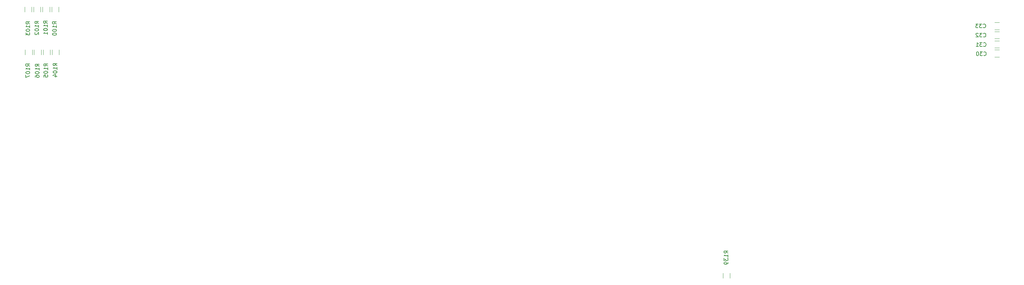
<source format=gbo>
G04 #@! TF.GenerationSoftware,KiCad,Pcbnew,(5.1.0)-1*
G04 #@! TF.CreationDate,2020-11-24T21:59:56+01:00*
G04 #@! TF.ProjectId,Atari 130XE,41746172-6920-4313-9330-58452e6b6963,1.1*
G04 #@! TF.SameCoordinates,Original*
G04 #@! TF.FileFunction,Legend,Bot*
G04 #@! TF.FilePolarity,Positive*
%FSLAX46Y46*%
G04 Gerber Fmt 4.6, Leading zero omitted, Abs format (unit mm)*
G04 Created by KiCad (PCBNEW (5.1.0)-1) date 2020-11-24 21:59:56*
%MOMM*%
%LPD*%
G04 APERTURE LIST*
%ADD10C,0.120000*%
%ADD11C,0.150000*%
%ADD12C,1.702000*%
%ADD13R,1.702000X1.702000*%
%ADD14O,1.802000X1.802000*%
%ADD15R,1.802000X1.802000*%
%ADD16R,1.152000X1.602000*%
%ADD17O,1.152000X1.602000*%
%ADD18O,1.702000X2.502000*%
%ADD19R,1.702000X2.502000*%
%ADD20R,1.602000X1.152000*%
%ADD21O,1.602000X1.152000*%
%ADD22O,2.502000X1.702000*%
%ADD23R,2.502000X1.702000*%
%ADD24O,1.702000X1.702000*%
%ADD25O,1.602000X1.602000*%
%ADD26R,1.602000X1.602000*%
%ADD27C,1.602000*%
%ADD28O,2.102000X2.102000*%
%ADD29C,2.102000*%
%ADD30C,3.302000*%
%ADD31C,0.100000*%
%ADD32C,1.527000*%
%ADD33C,2.602000*%
%ADD34C,3.602000*%
%ADD35O,3.602000X7.602000*%
%ADD36C,4.102000*%
%ADD37C,2.442000*%
%ADD38C,2.502000*%
%ADD39O,6.602000X3.102000*%
%ADD40C,3.102000*%
%ADD41C,3.502000*%
%ADD42C,4.502000*%
%ADD43O,14.102000X19.102000*%
%ADD44O,12.102000X15.102000*%
%ADD45R,2.102000X2.102000*%
%ADD46O,5.102000X10.102000*%
%ADD47O,10.102000X5.102000*%
%ADD48C,0.254000*%
G04 APERTURE END LIST*
D10*
X272039600Y-194567936D02*
X272039600Y-195772064D01*
X270219600Y-194567936D02*
X270219600Y-195772064D01*
X340011936Y-130128600D02*
X341216064Y-130128600D01*
X340011936Y-131948600D02*
X341216064Y-131948600D01*
X340011936Y-132465400D02*
X341216064Y-132465400D01*
X340011936Y-134285400D02*
X341216064Y-134285400D01*
X340011936Y-134802200D02*
X341216064Y-134802200D01*
X340011936Y-136622200D02*
X341216064Y-136622200D01*
X339999236Y-137139000D02*
X341203364Y-137139000D01*
X339999236Y-138959000D02*
X341203364Y-138959000D01*
X92827000Y-137155336D02*
X92827000Y-138359464D01*
X91007000Y-137155336D02*
X91007000Y-138359464D01*
X95138400Y-137155336D02*
X95138400Y-138359464D01*
X93318400Y-137155336D02*
X93318400Y-138359464D01*
X97449800Y-137155336D02*
X97449800Y-138359464D01*
X95629800Y-137155336D02*
X95629800Y-138359464D01*
X99761200Y-137155336D02*
X99761200Y-138359464D01*
X97941200Y-137155336D02*
X97941200Y-138359464D01*
X92712600Y-126155336D02*
X92712600Y-127359464D01*
X90892600Y-126155336D02*
X90892600Y-127359464D01*
X95024000Y-126155336D02*
X95024000Y-127359464D01*
X93204000Y-126155336D02*
X93204000Y-127359464D01*
X97335400Y-126155336D02*
X97335400Y-127359464D01*
X95515400Y-126155336D02*
X95515400Y-127359464D01*
X99646800Y-126155336D02*
X99646800Y-127359464D01*
X97826800Y-126155336D02*
X97826800Y-127359464D01*
D11*
X271531180Y-189390052D02*
X271054990Y-189056719D01*
X271531180Y-188818623D02*
X270531180Y-188818623D01*
X270531180Y-189199576D01*
X270578800Y-189294814D01*
X270626419Y-189342433D01*
X270721657Y-189390052D01*
X270864514Y-189390052D01*
X270959752Y-189342433D01*
X271007371Y-189294814D01*
X271054990Y-189199576D01*
X271054990Y-188818623D01*
X271531180Y-190342433D02*
X271531180Y-189771004D01*
X271531180Y-190056719D02*
X270531180Y-190056719D01*
X270674038Y-189961480D01*
X270769276Y-189866242D01*
X270816895Y-189771004D01*
X270531180Y-190675766D02*
X270531180Y-191294814D01*
X270912133Y-190961480D01*
X270912133Y-191104338D01*
X270959752Y-191199576D01*
X271007371Y-191247195D01*
X271102609Y-191294814D01*
X271340704Y-191294814D01*
X271435942Y-191247195D01*
X271483561Y-191199576D01*
X271531180Y-191104338D01*
X271531180Y-190818623D01*
X271483561Y-190723385D01*
X271435942Y-190675766D01*
X271531180Y-191771004D02*
X271531180Y-191961480D01*
X271483561Y-192056719D01*
X271435942Y-192104338D01*
X271293085Y-192199576D01*
X271102609Y-192247195D01*
X270721657Y-192247195D01*
X270626419Y-192199576D01*
X270578800Y-192151957D01*
X270531180Y-192056719D01*
X270531180Y-191866242D01*
X270578800Y-191771004D01*
X270626419Y-191723385D01*
X270721657Y-191675766D01*
X270959752Y-191675766D01*
X271054990Y-191723385D01*
X271102609Y-191771004D01*
X271150228Y-191866242D01*
X271150228Y-192056719D01*
X271102609Y-192151957D01*
X271054990Y-192199576D01*
X270959752Y-192247195D01*
X337065857Y-131395742D02*
X337113476Y-131443361D01*
X337256333Y-131490980D01*
X337351571Y-131490980D01*
X337494428Y-131443361D01*
X337589666Y-131348123D01*
X337637285Y-131252885D01*
X337684904Y-131062409D01*
X337684904Y-130919552D01*
X337637285Y-130729076D01*
X337589666Y-130633838D01*
X337494428Y-130538600D01*
X337351571Y-130490980D01*
X337256333Y-130490980D01*
X337113476Y-130538600D01*
X337065857Y-130586219D01*
X336732523Y-130490980D02*
X336113476Y-130490980D01*
X336446809Y-130871933D01*
X336303952Y-130871933D01*
X336208714Y-130919552D01*
X336161095Y-130967171D01*
X336113476Y-131062409D01*
X336113476Y-131300504D01*
X336161095Y-131395742D01*
X336208714Y-131443361D01*
X336303952Y-131490980D01*
X336589666Y-131490980D01*
X336684904Y-131443361D01*
X336732523Y-131395742D01*
X335780142Y-130490980D02*
X335161095Y-130490980D01*
X335494428Y-130871933D01*
X335351571Y-130871933D01*
X335256333Y-130919552D01*
X335208714Y-130967171D01*
X335161095Y-131062409D01*
X335161095Y-131300504D01*
X335208714Y-131395742D01*
X335256333Y-131443361D01*
X335351571Y-131490980D01*
X335637285Y-131490980D01*
X335732523Y-131443361D01*
X335780142Y-131395742D01*
X337116657Y-133757942D02*
X337164276Y-133805561D01*
X337307133Y-133853180D01*
X337402371Y-133853180D01*
X337545228Y-133805561D01*
X337640466Y-133710323D01*
X337688085Y-133615085D01*
X337735704Y-133424609D01*
X337735704Y-133281752D01*
X337688085Y-133091276D01*
X337640466Y-132996038D01*
X337545228Y-132900800D01*
X337402371Y-132853180D01*
X337307133Y-132853180D01*
X337164276Y-132900800D01*
X337116657Y-132948419D01*
X336783323Y-132853180D02*
X336164276Y-132853180D01*
X336497609Y-133234133D01*
X336354752Y-133234133D01*
X336259514Y-133281752D01*
X336211895Y-133329371D01*
X336164276Y-133424609D01*
X336164276Y-133662704D01*
X336211895Y-133757942D01*
X336259514Y-133805561D01*
X336354752Y-133853180D01*
X336640466Y-133853180D01*
X336735704Y-133805561D01*
X336783323Y-133757942D01*
X335783323Y-132948419D02*
X335735704Y-132900800D01*
X335640466Y-132853180D01*
X335402371Y-132853180D01*
X335307133Y-132900800D01*
X335259514Y-132948419D01*
X335211895Y-133043657D01*
X335211895Y-133138895D01*
X335259514Y-133281752D01*
X335830942Y-133853180D01*
X335211895Y-133853180D01*
X337167457Y-136196342D02*
X337215076Y-136243961D01*
X337357933Y-136291580D01*
X337453171Y-136291580D01*
X337596028Y-136243961D01*
X337691266Y-136148723D01*
X337738885Y-136053485D01*
X337786504Y-135863009D01*
X337786504Y-135720152D01*
X337738885Y-135529676D01*
X337691266Y-135434438D01*
X337596028Y-135339200D01*
X337453171Y-135291580D01*
X337357933Y-135291580D01*
X337215076Y-135339200D01*
X337167457Y-135386819D01*
X336834123Y-135291580D02*
X336215076Y-135291580D01*
X336548409Y-135672533D01*
X336405552Y-135672533D01*
X336310314Y-135720152D01*
X336262695Y-135767771D01*
X336215076Y-135863009D01*
X336215076Y-136101104D01*
X336262695Y-136196342D01*
X336310314Y-136243961D01*
X336405552Y-136291580D01*
X336691266Y-136291580D01*
X336786504Y-136243961D01*
X336834123Y-136196342D01*
X335262695Y-136291580D02*
X335834123Y-136291580D01*
X335548409Y-136291580D02*
X335548409Y-135291580D01*
X335643647Y-135434438D01*
X335738885Y-135529676D01*
X335834123Y-135577295D01*
X337218257Y-138533142D02*
X337265876Y-138580761D01*
X337408733Y-138628380D01*
X337503971Y-138628380D01*
X337646828Y-138580761D01*
X337742066Y-138485523D01*
X337789685Y-138390285D01*
X337837304Y-138199809D01*
X337837304Y-138056952D01*
X337789685Y-137866476D01*
X337742066Y-137771238D01*
X337646828Y-137676000D01*
X337503971Y-137628380D01*
X337408733Y-137628380D01*
X337265876Y-137676000D01*
X337218257Y-137723619D01*
X336884923Y-137628380D02*
X336265876Y-137628380D01*
X336599209Y-138009333D01*
X336456352Y-138009333D01*
X336361114Y-138056952D01*
X336313495Y-138104571D01*
X336265876Y-138199809D01*
X336265876Y-138437904D01*
X336313495Y-138533142D01*
X336361114Y-138580761D01*
X336456352Y-138628380D01*
X336742066Y-138628380D01*
X336837304Y-138580761D01*
X336884923Y-138533142D01*
X335646828Y-137628380D02*
X335551590Y-137628380D01*
X335456352Y-137676000D01*
X335408733Y-137723619D01*
X335361114Y-137818857D01*
X335313495Y-138009333D01*
X335313495Y-138247428D01*
X335361114Y-138437904D01*
X335408733Y-138533142D01*
X335456352Y-138580761D01*
X335551590Y-138628380D01*
X335646828Y-138628380D01*
X335742066Y-138580761D01*
X335789685Y-138533142D01*
X335837304Y-138437904D01*
X335884923Y-138247428D01*
X335884923Y-138009333D01*
X335837304Y-137818857D01*
X335789685Y-137723619D01*
X335742066Y-137676000D01*
X335646828Y-137628380D01*
X92216980Y-141362752D02*
X91740790Y-141029419D01*
X92216980Y-140791323D02*
X91216980Y-140791323D01*
X91216980Y-141172276D01*
X91264600Y-141267514D01*
X91312219Y-141315133D01*
X91407457Y-141362752D01*
X91550314Y-141362752D01*
X91645552Y-141315133D01*
X91693171Y-141267514D01*
X91740790Y-141172276D01*
X91740790Y-140791323D01*
X92216980Y-142315133D02*
X92216980Y-141743704D01*
X92216980Y-142029419D02*
X91216980Y-142029419D01*
X91359838Y-141934180D01*
X91455076Y-141838942D01*
X91502695Y-141743704D01*
X91216980Y-142934180D02*
X91216980Y-143029419D01*
X91264600Y-143124657D01*
X91312219Y-143172276D01*
X91407457Y-143219895D01*
X91597933Y-143267514D01*
X91836028Y-143267514D01*
X92026504Y-143219895D01*
X92121742Y-143172276D01*
X92169361Y-143124657D01*
X92216980Y-143029419D01*
X92216980Y-142934180D01*
X92169361Y-142838942D01*
X92121742Y-142791323D01*
X92026504Y-142743704D01*
X91836028Y-142696085D01*
X91597933Y-142696085D01*
X91407457Y-142743704D01*
X91312219Y-142791323D01*
X91264600Y-142838942D01*
X91216980Y-142934180D01*
X91216980Y-143600847D02*
X91216980Y-144267514D01*
X92216980Y-143838942D01*
X94604580Y-141388152D02*
X94128390Y-141054819D01*
X94604580Y-140816723D02*
X93604580Y-140816723D01*
X93604580Y-141197676D01*
X93652200Y-141292914D01*
X93699819Y-141340533D01*
X93795057Y-141388152D01*
X93937914Y-141388152D01*
X94033152Y-141340533D01*
X94080771Y-141292914D01*
X94128390Y-141197676D01*
X94128390Y-140816723D01*
X94604580Y-142340533D02*
X94604580Y-141769104D01*
X94604580Y-142054819D02*
X93604580Y-142054819D01*
X93747438Y-141959580D01*
X93842676Y-141864342D01*
X93890295Y-141769104D01*
X93604580Y-142959580D02*
X93604580Y-143054819D01*
X93652200Y-143150057D01*
X93699819Y-143197676D01*
X93795057Y-143245295D01*
X93985533Y-143292914D01*
X94223628Y-143292914D01*
X94414104Y-143245295D01*
X94509342Y-143197676D01*
X94556961Y-143150057D01*
X94604580Y-143054819D01*
X94604580Y-142959580D01*
X94556961Y-142864342D01*
X94509342Y-142816723D01*
X94414104Y-142769104D01*
X94223628Y-142721485D01*
X93985533Y-142721485D01*
X93795057Y-142769104D01*
X93699819Y-142816723D01*
X93652200Y-142864342D01*
X93604580Y-142959580D01*
X93604580Y-144150057D02*
X93604580Y-143959580D01*
X93652200Y-143864342D01*
X93699819Y-143816723D01*
X93842676Y-143721485D01*
X94033152Y-143673866D01*
X94414104Y-143673866D01*
X94509342Y-143721485D01*
X94556961Y-143769104D01*
X94604580Y-143864342D01*
X94604580Y-144054819D01*
X94556961Y-144150057D01*
X94509342Y-144197676D01*
X94414104Y-144245295D01*
X94176009Y-144245295D01*
X94080771Y-144197676D01*
X94033152Y-144150057D01*
X93985533Y-144054819D01*
X93985533Y-143864342D01*
X94033152Y-143769104D01*
X94080771Y-143721485D01*
X94176009Y-143673866D01*
X96814380Y-141311952D02*
X96338190Y-140978619D01*
X96814380Y-140740523D02*
X95814380Y-140740523D01*
X95814380Y-141121476D01*
X95862000Y-141216714D01*
X95909619Y-141264333D01*
X96004857Y-141311952D01*
X96147714Y-141311952D01*
X96242952Y-141264333D01*
X96290571Y-141216714D01*
X96338190Y-141121476D01*
X96338190Y-140740523D01*
X96814380Y-142264333D02*
X96814380Y-141692904D01*
X96814380Y-141978619D02*
X95814380Y-141978619D01*
X95957238Y-141883380D01*
X96052476Y-141788142D01*
X96100095Y-141692904D01*
X95814380Y-142883380D02*
X95814380Y-142978619D01*
X95862000Y-143073857D01*
X95909619Y-143121476D01*
X96004857Y-143169095D01*
X96195333Y-143216714D01*
X96433428Y-143216714D01*
X96623904Y-143169095D01*
X96719142Y-143121476D01*
X96766761Y-143073857D01*
X96814380Y-142978619D01*
X96814380Y-142883380D01*
X96766761Y-142788142D01*
X96719142Y-142740523D01*
X96623904Y-142692904D01*
X96433428Y-142645285D01*
X96195333Y-142645285D01*
X96004857Y-142692904D01*
X95909619Y-142740523D01*
X95862000Y-142788142D01*
X95814380Y-142883380D01*
X95814380Y-144121476D02*
X95814380Y-143645285D01*
X96290571Y-143597666D01*
X96242952Y-143645285D01*
X96195333Y-143740523D01*
X96195333Y-143978619D01*
X96242952Y-144073857D01*
X96290571Y-144121476D01*
X96385809Y-144169095D01*
X96623904Y-144169095D01*
X96719142Y-144121476D01*
X96766761Y-144073857D01*
X96814380Y-143978619D01*
X96814380Y-143740523D01*
X96766761Y-143645285D01*
X96719142Y-143597666D01*
X99201980Y-141210352D02*
X98725790Y-140877019D01*
X99201980Y-140638923D02*
X98201980Y-140638923D01*
X98201980Y-141019876D01*
X98249600Y-141115114D01*
X98297219Y-141162733D01*
X98392457Y-141210352D01*
X98535314Y-141210352D01*
X98630552Y-141162733D01*
X98678171Y-141115114D01*
X98725790Y-141019876D01*
X98725790Y-140638923D01*
X99201980Y-142162733D02*
X99201980Y-141591304D01*
X99201980Y-141877019D02*
X98201980Y-141877019D01*
X98344838Y-141781780D01*
X98440076Y-141686542D01*
X98487695Y-141591304D01*
X98201980Y-142781780D02*
X98201980Y-142877019D01*
X98249600Y-142972257D01*
X98297219Y-143019876D01*
X98392457Y-143067495D01*
X98582933Y-143115114D01*
X98821028Y-143115114D01*
X99011504Y-143067495D01*
X99106742Y-143019876D01*
X99154361Y-142972257D01*
X99201980Y-142877019D01*
X99201980Y-142781780D01*
X99154361Y-142686542D01*
X99106742Y-142638923D01*
X99011504Y-142591304D01*
X98821028Y-142543685D01*
X98582933Y-142543685D01*
X98392457Y-142591304D01*
X98297219Y-142638923D01*
X98249600Y-142686542D01*
X98201980Y-142781780D01*
X98535314Y-143972257D02*
X99201980Y-143972257D01*
X98154361Y-143734161D02*
X98868647Y-143496066D01*
X98868647Y-144115114D01*
X92229580Y-130489752D02*
X91753390Y-130156419D01*
X92229580Y-129918323D02*
X91229580Y-129918323D01*
X91229580Y-130299276D01*
X91277200Y-130394514D01*
X91324819Y-130442133D01*
X91420057Y-130489752D01*
X91562914Y-130489752D01*
X91658152Y-130442133D01*
X91705771Y-130394514D01*
X91753390Y-130299276D01*
X91753390Y-129918323D01*
X92229580Y-131442133D02*
X92229580Y-130870704D01*
X92229580Y-131156419D02*
X91229580Y-131156419D01*
X91372438Y-131061180D01*
X91467676Y-130965942D01*
X91515295Y-130870704D01*
X91229580Y-132061180D02*
X91229580Y-132156419D01*
X91277200Y-132251657D01*
X91324819Y-132299276D01*
X91420057Y-132346895D01*
X91610533Y-132394514D01*
X91848628Y-132394514D01*
X92039104Y-132346895D01*
X92134342Y-132299276D01*
X92181961Y-132251657D01*
X92229580Y-132156419D01*
X92229580Y-132061180D01*
X92181961Y-131965942D01*
X92134342Y-131918323D01*
X92039104Y-131870704D01*
X91848628Y-131823085D01*
X91610533Y-131823085D01*
X91420057Y-131870704D01*
X91324819Y-131918323D01*
X91277200Y-131965942D01*
X91229580Y-132061180D01*
X91229580Y-132727847D02*
X91229580Y-133346895D01*
X91610533Y-133013561D01*
X91610533Y-133156419D01*
X91658152Y-133251657D01*
X91705771Y-133299276D01*
X91801009Y-133346895D01*
X92039104Y-133346895D01*
X92134342Y-133299276D01*
X92181961Y-133251657D01*
X92229580Y-133156419D01*
X92229580Y-132870704D01*
X92181961Y-132775466D01*
X92134342Y-132727847D01*
X94515580Y-130388152D02*
X94039390Y-130054819D01*
X94515580Y-129816723D02*
X93515580Y-129816723D01*
X93515580Y-130197676D01*
X93563200Y-130292914D01*
X93610819Y-130340533D01*
X93706057Y-130388152D01*
X93848914Y-130388152D01*
X93944152Y-130340533D01*
X93991771Y-130292914D01*
X94039390Y-130197676D01*
X94039390Y-129816723D01*
X94515580Y-131340533D02*
X94515580Y-130769104D01*
X94515580Y-131054819D02*
X93515580Y-131054819D01*
X93658438Y-130959580D01*
X93753676Y-130864342D01*
X93801295Y-130769104D01*
X93515580Y-131959580D02*
X93515580Y-132054819D01*
X93563200Y-132150057D01*
X93610819Y-132197676D01*
X93706057Y-132245295D01*
X93896533Y-132292914D01*
X94134628Y-132292914D01*
X94325104Y-132245295D01*
X94420342Y-132197676D01*
X94467961Y-132150057D01*
X94515580Y-132054819D01*
X94515580Y-131959580D01*
X94467961Y-131864342D01*
X94420342Y-131816723D01*
X94325104Y-131769104D01*
X94134628Y-131721485D01*
X93896533Y-131721485D01*
X93706057Y-131769104D01*
X93610819Y-131816723D01*
X93563200Y-131864342D01*
X93515580Y-131959580D01*
X93610819Y-132673866D02*
X93563200Y-132721485D01*
X93515580Y-132816723D01*
X93515580Y-133054819D01*
X93563200Y-133150057D01*
X93610819Y-133197676D01*
X93706057Y-133245295D01*
X93801295Y-133245295D01*
X93944152Y-133197676D01*
X94515580Y-132626247D01*
X94515580Y-133245295D01*
X96750780Y-130311952D02*
X96274590Y-129978619D01*
X96750780Y-129740523D02*
X95750780Y-129740523D01*
X95750780Y-130121476D01*
X95798400Y-130216714D01*
X95846019Y-130264333D01*
X95941257Y-130311952D01*
X96084114Y-130311952D01*
X96179352Y-130264333D01*
X96226971Y-130216714D01*
X96274590Y-130121476D01*
X96274590Y-129740523D01*
X96750780Y-131264333D02*
X96750780Y-130692904D01*
X96750780Y-130978619D02*
X95750780Y-130978619D01*
X95893638Y-130883380D01*
X95988876Y-130788142D01*
X96036495Y-130692904D01*
X95750780Y-131883380D02*
X95750780Y-131978619D01*
X95798400Y-132073857D01*
X95846019Y-132121476D01*
X95941257Y-132169095D01*
X96131733Y-132216714D01*
X96369828Y-132216714D01*
X96560304Y-132169095D01*
X96655542Y-132121476D01*
X96703161Y-132073857D01*
X96750780Y-131978619D01*
X96750780Y-131883380D01*
X96703161Y-131788142D01*
X96655542Y-131740523D01*
X96560304Y-131692904D01*
X96369828Y-131645285D01*
X96131733Y-131645285D01*
X95941257Y-131692904D01*
X95846019Y-131740523D01*
X95798400Y-131788142D01*
X95750780Y-131883380D01*
X96750780Y-133169095D02*
X96750780Y-132597666D01*
X96750780Y-132883380D02*
X95750780Y-132883380D01*
X95893638Y-132788142D01*
X95988876Y-132692904D01*
X96036495Y-132597666D01*
X99062180Y-130515152D02*
X98585990Y-130181819D01*
X99062180Y-129943723D02*
X98062180Y-129943723D01*
X98062180Y-130324676D01*
X98109800Y-130419914D01*
X98157419Y-130467533D01*
X98252657Y-130515152D01*
X98395514Y-130515152D01*
X98490752Y-130467533D01*
X98538371Y-130419914D01*
X98585990Y-130324676D01*
X98585990Y-129943723D01*
X99062180Y-131467533D02*
X99062180Y-130896104D01*
X99062180Y-131181819D02*
X98062180Y-131181819D01*
X98205038Y-131086580D01*
X98300276Y-130991342D01*
X98347895Y-130896104D01*
X98062180Y-132086580D02*
X98062180Y-132181819D01*
X98109800Y-132277057D01*
X98157419Y-132324676D01*
X98252657Y-132372295D01*
X98443133Y-132419914D01*
X98681228Y-132419914D01*
X98871704Y-132372295D01*
X98966942Y-132324676D01*
X99014561Y-132277057D01*
X99062180Y-132181819D01*
X99062180Y-132086580D01*
X99014561Y-131991342D01*
X98966942Y-131943723D01*
X98871704Y-131896104D01*
X98681228Y-131848485D01*
X98443133Y-131848485D01*
X98252657Y-131896104D01*
X98157419Y-131943723D01*
X98109800Y-131991342D01*
X98062180Y-132086580D01*
X98062180Y-133038961D02*
X98062180Y-133134200D01*
X98109800Y-133229438D01*
X98157419Y-133277057D01*
X98252657Y-133324676D01*
X98443133Y-133372295D01*
X98681228Y-133372295D01*
X98871704Y-133324676D01*
X98966942Y-133277057D01*
X99014561Y-133229438D01*
X99062180Y-133134200D01*
X99062180Y-133038961D01*
X99014561Y-132943723D01*
X98966942Y-132896104D01*
X98871704Y-132848485D01*
X98681228Y-132800866D01*
X98443133Y-132800866D01*
X98252657Y-132848485D01*
X98157419Y-132896104D01*
X98109800Y-132943723D01*
X98062180Y-133038961D01*
%LPC*%
D12*
X296129800Y-81174800D03*
D13*
X298129800Y-81174800D03*
D14*
X253933800Y-170659000D03*
X253933800Y-173199000D03*
X251393800Y-170659000D03*
X251393800Y-173199000D03*
X248853800Y-170659000D03*
X248853800Y-173199000D03*
X246313800Y-170659000D03*
D15*
X246313800Y-173199000D03*
D12*
X56144000Y-186838800D03*
X56144000Y-196998800D03*
X135900000Y-88159800D03*
X119390000Y-94506000D03*
X119390000Y-89506000D03*
X138846400Y-88159800D03*
X138846400Y-77999800D03*
X162773200Y-91004600D03*
X165821200Y-91004600D03*
X168869200Y-91004600D03*
X171917200Y-91004600D03*
X173288800Y-106701800D03*
X177860800Y-178253600D03*
X181035800Y-178253600D03*
X166075200Y-178329800D03*
X162824000Y-178329800D03*
X159572800Y-178329800D03*
X154518200Y-127225000D03*
X94171600Y-68754200D03*
X99171600Y-68754200D03*
X78855400Y-68779600D03*
X83855400Y-68779600D03*
D14*
X297799600Y-92477800D03*
X297799600Y-95017800D03*
X297799600Y-97557800D03*
D15*
X297799600Y-100097800D03*
D12*
X58709400Y-218309400D03*
X68869400Y-218309400D03*
X58684000Y-215617000D03*
X68844000Y-215617000D03*
D14*
X82255200Y-216658400D03*
X79715200Y-216658400D03*
X77175200Y-216658400D03*
X74635200Y-216658400D03*
D15*
X72095200Y-216658400D03*
D14*
X84719000Y-193036400D03*
X82179000Y-193036400D03*
X79639000Y-193036400D03*
X77099000Y-193036400D03*
X74559000Y-193036400D03*
D15*
X72019000Y-193036400D03*
D14*
X166786400Y-63064600D03*
X169326400Y-63064600D03*
D15*
X171866400Y-63064600D03*
D14*
X159369600Y-63064600D03*
X156829600Y-63064600D03*
D15*
X154289600Y-63064600D03*
D12*
X123500000Y-123000000D03*
D13*
X126000000Y-123000000D03*
D12*
X127670400Y-88159800D03*
X127670400Y-77999800D03*
X130337400Y-88159800D03*
X130337400Y-77999800D03*
X133029800Y-77999800D03*
X133029800Y-88159800D03*
X135900000Y-78003600D03*
X135900000Y-83003600D03*
D16*
X307654800Y-102079000D03*
D17*
X305114800Y-102079000D03*
X306384800Y-102079000D03*
D14*
X270621600Y-168119000D03*
X268081600Y-168119000D03*
X265541600Y-168119000D03*
X263001600Y-168119000D03*
X260461600Y-168119000D03*
D15*
X257921600Y-168119000D03*
D14*
X270621600Y-170659000D03*
X270621600Y-173199000D03*
X268081600Y-170659000D03*
X268081600Y-173199000D03*
X265541600Y-170659000D03*
X265541600Y-173199000D03*
X263001600Y-170659000D03*
X263001600Y-173199000D03*
X260461600Y-170659000D03*
X260461600Y-173199000D03*
X257921600Y-170659000D03*
D15*
X257921600Y-173199000D03*
D18*
X195000000Y-176526400D03*
X233100000Y-191766400D03*
X197540000Y-176526400D03*
X230560000Y-191766400D03*
X200080000Y-176526400D03*
X228020000Y-191766400D03*
X202620000Y-176526400D03*
X225480000Y-191766400D03*
X205160000Y-176526400D03*
X222940000Y-191766400D03*
X207700000Y-176526400D03*
X220400000Y-191766400D03*
X210240000Y-176526400D03*
X217860000Y-191766400D03*
X212780000Y-176526400D03*
X215320000Y-191766400D03*
X215320000Y-176526400D03*
X212780000Y-191766400D03*
X217860000Y-176526400D03*
X210240000Y-191766400D03*
X220400000Y-176526400D03*
X207700000Y-191766400D03*
X222940000Y-176526400D03*
X205160000Y-191766400D03*
X225480000Y-176526400D03*
X202620000Y-191766400D03*
X228020000Y-176526400D03*
X200080000Y-191766400D03*
X230560000Y-176526400D03*
X197540000Y-191766400D03*
X233100000Y-176526400D03*
D19*
X195000000Y-191766400D03*
D14*
X253933800Y-168119000D03*
X251393800Y-168119000D03*
X248853800Y-168119000D03*
D15*
X246313800Y-168119000D03*
D20*
X142986600Y-87804200D03*
D21*
X142986600Y-85264200D03*
X142986600Y-86534200D03*
D20*
X143012000Y-80946200D03*
D21*
X143012000Y-78406200D03*
X143012000Y-79676200D03*
D20*
X157700000Y-163610000D03*
D21*
X157700000Y-161070000D03*
X157700000Y-162340000D03*
D20*
X155204000Y-85238800D03*
D21*
X155204000Y-87778800D03*
X155204000Y-86508800D03*
D16*
X150352600Y-146605200D03*
D17*
X152892600Y-146605200D03*
X151622600Y-146605200D03*
D16*
X165160800Y-105152400D03*
D17*
X167700800Y-105152400D03*
X166430800Y-105152400D03*
D12*
X96809400Y-99666000D03*
X96809400Y-89506000D03*
X168539000Y-78050600D03*
X168539000Y-88210600D03*
X171282200Y-78050600D03*
X171282200Y-88210600D03*
X165821200Y-78050600D03*
X165821200Y-88210600D03*
D18*
X278978200Y-105736600D03*
X296758200Y-113356600D03*
X281518200Y-105736600D03*
X294218200Y-113356600D03*
X284058200Y-105736600D03*
X291678200Y-113356600D03*
X286598200Y-105736600D03*
X289138200Y-113356600D03*
X289138200Y-105736600D03*
X286598200Y-113356600D03*
X291678200Y-105736600D03*
X284058200Y-113356600D03*
X294218200Y-105736600D03*
X281518200Y-113356600D03*
X296758200Y-105736600D03*
D19*
X278978200Y-113356600D03*
D18*
X278927400Y-92706400D03*
X294167400Y-100326400D03*
X281467400Y-92706400D03*
X291627400Y-100326400D03*
X284007400Y-92706400D03*
X289087400Y-100326400D03*
X286547400Y-92706400D03*
X286547400Y-100326400D03*
X289087400Y-92706400D03*
X284007400Y-100326400D03*
X291627400Y-92706400D03*
X281467400Y-100326400D03*
X294167400Y-92706400D03*
D19*
X278927400Y-100326400D03*
D22*
X113160800Y-131695400D03*
X105540800Y-159635400D03*
X113160800Y-134235400D03*
X105540800Y-157095400D03*
X113160800Y-136775400D03*
X105540800Y-154555400D03*
X113160800Y-139315400D03*
X105540800Y-152015400D03*
X113160800Y-141855400D03*
X105540800Y-149475400D03*
X113160800Y-144395400D03*
X105540800Y-146935400D03*
X113160800Y-146935400D03*
X105540800Y-144395400D03*
X113160800Y-149475400D03*
X105540800Y-141855400D03*
X113160800Y-152015400D03*
X105540800Y-139315400D03*
X113160800Y-154555400D03*
X105540800Y-136775400D03*
X113160800Y-157095400D03*
X105540800Y-134235400D03*
X113160800Y-159635400D03*
D23*
X105540800Y-131695400D03*
D18*
X195005800Y-128926800D03*
X243265800Y-144166800D03*
X197545800Y-128926800D03*
X240725800Y-144166800D03*
X200085800Y-128926800D03*
X238185800Y-144166800D03*
X202625800Y-128926800D03*
X235645800Y-144166800D03*
X205165800Y-128926800D03*
X233105800Y-144166800D03*
X207705800Y-128926800D03*
X230565800Y-144166800D03*
X210245800Y-128926800D03*
X228025800Y-144166800D03*
X212785800Y-128926800D03*
X225485800Y-144166800D03*
X215325800Y-128926800D03*
X222945800Y-144166800D03*
X217865800Y-128926800D03*
X220405800Y-144166800D03*
X220405800Y-128926800D03*
X217865800Y-144166800D03*
X222945800Y-128926800D03*
X215325800Y-144166800D03*
X225485800Y-128926800D03*
X212785800Y-144166800D03*
X228025800Y-128926800D03*
X210245800Y-144166800D03*
X230565800Y-128926800D03*
X207705800Y-144166800D03*
X233105800Y-128926800D03*
X205165800Y-144166800D03*
X235645800Y-128926800D03*
X202625800Y-144166800D03*
X238185800Y-128926800D03*
X200085800Y-144166800D03*
X240725800Y-128926800D03*
X197545800Y-144166800D03*
X243265800Y-128926800D03*
D19*
X195005800Y-144166800D03*
D12*
X159522000Y-173169800D03*
X159522000Y-168169800D03*
X166071600Y-168173600D03*
X166071600Y-173173600D03*
D24*
X155970000Y-178320000D03*
D12*
X155970000Y-168160000D03*
X162824000Y-173169800D03*
X162824000Y-168169800D03*
D24*
X161525400Y-155887000D03*
X176765400Y-163507000D03*
X164065400Y-155887000D03*
X174225400Y-163507000D03*
X166605400Y-155887000D03*
X171685400Y-163507000D03*
X169145400Y-155887000D03*
X169145400Y-163507000D03*
X171685400Y-155887000D03*
X166605400Y-163507000D03*
X174225400Y-155887000D03*
X164065400Y-163507000D03*
X176765400Y-155887000D03*
D13*
X161525400Y-163507000D03*
D12*
X153550000Y-155850000D03*
X158550000Y-155850000D03*
X152442200Y-178336800D03*
X152442200Y-168176800D03*
X169101000Y-168086800D03*
X169101000Y-178246800D03*
X146797400Y-168200400D03*
X146797400Y-178360400D03*
X174915000Y-168086800D03*
X174915000Y-178246800D03*
X149648200Y-168200400D03*
X149648200Y-178360400D03*
D24*
X172038000Y-178246800D03*
D12*
X172038000Y-168086800D03*
X177860800Y-168097400D03*
X177860800Y-173097400D03*
X181035800Y-173093600D03*
X181035800Y-168093600D03*
D24*
X62671800Y-196973400D03*
D12*
X62671800Y-186813400D03*
X159293400Y-78050600D03*
X159293400Y-88210600D03*
X151825800Y-88185200D03*
X151825800Y-78025200D03*
X149235000Y-78025200D03*
X149235000Y-88185200D03*
D24*
X162519200Y-88210600D03*
D12*
X162519200Y-78050600D03*
X124825600Y-89506000D03*
X124825600Y-99666000D03*
X122209400Y-99666000D03*
X122209400Y-89506000D03*
X116545200Y-89506000D03*
X116545200Y-99666000D03*
X108264800Y-89506000D03*
X108264800Y-99666000D03*
X110855600Y-89506000D03*
X110855600Y-99666000D03*
D20*
X128254600Y-96719600D03*
D21*
X128254600Y-99259600D03*
X128254600Y-97989600D03*
D12*
X105420000Y-89509800D03*
X105420000Y-94509800D03*
X113700400Y-89509800D03*
X113700400Y-94509800D03*
X179380000Y-101090000D03*
X179380000Y-90930000D03*
X182102600Y-90928400D03*
X182102600Y-101088400D03*
D25*
X174558800Y-90979200D03*
D26*
X174558800Y-101139200D03*
D25*
X176819400Y-101139200D03*
D26*
X176819400Y-90979200D03*
D12*
X173288800Y-109318000D03*
X183448800Y-109318000D03*
X102549800Y-89506000D03*
X102549800Y-99666000D03*
X99705000Y-89509800D03*
X99705000Y-94509800D03*
X162874800Y-122094200D03*
X162874800Y-111934200D03*
X165414800Y-111934200D03*
X165414800Y-122094200D03*
X183245600Y-122094200D03*
X183245600Y-111934200D03*
D25*
X170520200Y-111985000D03*
D26*
X170520200Y-122145000D03*
D12*
X173060200Y-122094200D03*
X173060200Y-111934200D03*
X175600200Y-122094200D03*
X175600200Y-111934200D03*
X178140200Y-122094200D03*
X178140200Y-111934200D03*
X180680200Y-122094200D03*
X180680200Y-111934200D03*
X167954800Y-111934200D03*
X167954800Y-122094200D03*
D24*
X146568000Y-78025200D03*
D12*
X146568000Y-88185200D03*
X156413200Y-139954000D03*
X146253200Y-139954000D03*
X146263200Y-142541200D03*
X156423200Y-142541200D03*
X156296200Y-149958000D03*
X146136200Y-149958000D03*
D24*
X148295200Y-137385000D03*
D12*
X148295200Y-127225000D03*
D24*
X151597200Y-137385000D03*
D12*
X151597200Y-127225000D03*
X159725200Y-133361000D03*
D13*
X159725200Y-135861000D03*
D12*
X170520200Y-136623000D03*
X170520200Y-146783000D03*
X183220200Y-136623000D03*
X183220200Y-146783000D03*
X175600200Y-136623000D03*
X175600200Y-146783000D03*
X178140200Y-136623000D03*
X178140200Y-146783000D03*
X180680200Y-136623000D03*
X180680200Y-146783000D03*
X173060200Y-136623000D03*
X173060200Y-146783000D03*
D24*
X167091200Y-146783000D03*
D12*
X167091200Y-136623000D03*
X286801400Y-84963200D03*
X286801400Y-89963200D03*
X183434200Y-106701800D03*
X180934200Y-106701800D03*
D24*
X278343200Y-77568000D03*
D12*
X288503200Y-77568000D03*
D24*
X278343200Y-81479600D03*
D12*
X288503200Y-81479600D03*
D27*
X61224000Y-210103000D03*
X61224000Y-205203000D03*
D14*
X106850000Y-167280000D03*
X106850000Y-164740000D03*
X109390000Y-167280000D03*
X109390000Y-164740000D03*
X111930000Y-167280000D03*
D15*
X111930000Y-164740000D03*
D12*
X56779000Y-206306000D03*
X56779000Y-203806000D03*
X56779000Y-208672000D03*
X56779000Y-211172000D03*
D28*
X301955200Y-92227400D03*
D29*
X314655200Y-92227400D03*
D28*
X301955200Y-87528400D03*
D29*
X314655200Y-87528400D03*
D28*
X342214200Y-127457200D03*
D29*
X342214200Y-114757200D03*
D28*
X337312000Y-127457200D03*
D29*
X337312000Y-114757200D03*
D28*
X71120000Y-73025000D03*
D29*
X83820000Y-73025000D03*
D28*
X86489000Y-73025000D03*
D29*
X99189000Y-73025000D03*
D12*
X154518200Y-137432000D03*
X154518200Y-132432000D03*
D30*
X146200000Y-102300000D03*
D18*
X338100000Y-189070000D03*
X345720000Y-196690000D03*
X340640000Y-189070000D03*
X343180000Y-196690000D03*
X343180000Y-189070000D03*
X340640000Y-196690000D03*
X345720000Y-189070000D03*
D19*
X338100000Y-196690000D03*
D31*
G36*
X271813963Y-195895290D02*
G01*
X271839969Y-195899148D01*
X271865471Y-195905535D01*
X271890224Y-195914392D01*
X271913990Y-195925633D01*
X271936539Y-195939148D01*
X271957656Y-195954809D01*
X271977135Y-195972465D01*
X271994791Y-195991944D01*
X272010452Y-196013061D01*
X272023967Y-196035610D01*
X272035208Y-196059376D01*
X272044065Y-196084129D01*
X272050452Y-196109631D01*
X272054310Y-196135637D01*
X272055600Y-196161895D01*
X272055600Y-197153105D01*
X272054310Y-197179363D01*
X272050452Y-197205369D01*
X272044065Y-197230871D01*
X272035208Y-197255624D01*
X272023967Y-197279390D01*
X272010452Y-197301939D01*
X271994791Y-197323056D01*
X271977135Y-197342535D01*
X271957656Y-197360191D01*
X271936539Y-197375852D01*
X271913990Y-197389367D01*
X271890224Y-197400608D01*
X271865471Y-197409465D01*
X271839969Y-197415852D01*
X271813963Y-197419710D01*
X271787705Y-197421000D01*
X270471495Y-197421000D01*
X270445237Y-197419710D01*
X270419231Y-197415852D01*
X270393729Y-197409465D01*
X270368976Y-197400608D01*
X270345210Y-197389367D01*
X270322661Y-197375852D01*
X270301544Y-197360191D01*
X270282065Y-197342535D01*
X270264409Y-197323056D01*
X270248748Y-197301939D01*
X270235233Y-197279390D01*
X270223992Y-197255624D01*
X270215135Y-197230871D01*
X270208748Y-197205369D01*
X270204890Y-197179363D01*
X270203600Y-197153105D01*
X270203600Y-196161895D01*
X270204890Y-196135637D01*
X270208748Y-196109631D01*
X270215135Y-196084129D01*
X270223992Y-196059376D01*
X270235233Y-196035610D01*
X270248748Y-196013061D01*
X270264409Y-195991944D01*
X270282065Y-195972465D01*
X270301544Y-195954809D01*
X270322661Y-195939148D01*
X270345210Y-195925633D01*
X270368976Y-195914392D01*
X270393729Y-195905535D01*
X270419231Y-195899148D01*
X270445237Y-195895290D01*
X270471495Y-195894000D01*
X271787705Y-195894000D01*
X271813963Y-195895290D01*
X271813963Y-195895290D01*
G37*
D32*
X271129600Y-196657500D03*
D31*
G36*
X271813963Y-192920290D02*
G01*
X271839969Y-192924148D01*
X271865471Y-192930535D01*
X271890224Y-192939392D01*
X271913990Y-192950633D01*
X271936539Y-192964148D01*
X271957656Y-192979809D01*
X271977135Y-192997465D01*
X271994791Y-193016944D01*
X272010452Y-193038061D01*
X272023967Y-193060610D01*
X272035208Y-193084376D01*
X272044065Y-193109129D01*
X272050452Y-193134631D01*
X272054310Y-193160637D01*
X272055600Y-193186895D01*
X272055600Y-194178105D01*
X272054310Y-194204363D01*
X272050452Y-194230369D01*
X272044065Y-194255871D01*
X272035208Y-194280624D01*
X272023967Y-194304390D01*
X272010452Y-194326939D01*
X271994791Y-194348056D01*
X271977135Y-194367535D01*
X271957656Y-194385191D01*
X271936539Y-194400852D01*
X271913990Y-194414367D01*
X271890224Y-194425608D01*
X271865471Y-194434465D01*
X271839969Y-194440852D01*
X271813963Y-194444710D01*
X271787705Y-194446000D01*
X270471495Y-194446000D01*
X270445237Y-194444710D01*
X270419231Y-194440852D01*
X270393729Y-194434465D01*
X270368976Y-194425608D01*
X270345210Y-194414367D01*
X270322661Y-194400852D01*
X270301544Y-194385191D01*
X270282065Y-194367535D01*
X270264409Y-194348056D01*
X270248748Y-194326939D01*
X270235233Y-194304390D01*
X270223992Y-194280624D01*
X270215135Y-194255871D01*
X270208748Y-194230369D01*
X270204890Y-194204363D01*
X270203600Y-194178105D01*
X270203600Y-193186895D01*
X270204890Y-193160637D01*
X270208748Y-193134631D01*
X270215135Y-193109129D01*
X270223992Y-193084376D01*
X270235233Y-193060610D01*
X270248748Y-193038061D01*
X270264409Y-193016944D01*
X270282065Y-192997465D01*
X270301544Y-192979809D01*
X270322661Y-192964148D01*
X270345210Y-192950633D01*
X270368976Y-192939392D01*
X270393729Y-192930535D01*
X270419231Y-192924148D01*
X270445237Y-192920290D01*
X270471495Y-192919000D01*
X271787705Y-192919000D01*
X271813963Y-192920290D01*
X271813963Y-192920290D01*
G37*
D32*
X271129600Y-193682500D03*
D14*
X337220000Y-208500000D03*
X334680000Y-208500000D03*
X332140000Y-208500000D03*
X329600000Y-208500000D03*
X327060000Y-208500000D03*
X324520000Y-208500000D03*
X321980000Y-208500000D03*
X319440000Y-208500000D03*
X316900000Y-208500000D03*
X314360000Y-208500000D03*
X311820000Y-208500000D03*
X309280000Y-208500000D03*
X306740000Y-208500000D03*
X304200000Y-208500000D03*
X301660000Y-208500000D03*
X299120000Y-208500000D03*
X296580000Y-208500000D03*
X294040000Y-208500000D03*
X291500000Y-208500000D03*
X288960000Y-208500000D03*
X286420000Y-208500000D03*
X283880000Y-208500000D03*
X281340000Y-208500000D03*
D15*
X278800000Y-208500000D03*
D12*
X273240500Y-191372500D03*
X273240500Y-186372500D03*
X301523400Y-191410600D03*
X301523400Y-186410600D03*
D24*
X276700000Y-186864000D03*
X294480000Y-194484000D03*
X279240000Y-186864000D03*
X291940000Y-194484000D03*
X281780000Y-186864000D03*
X289400000Y-194484000D03*
X284320000Y-186864000D03*
X286860000Y-194484000D03*
X286860000Y-186864000D03*
X284320000Y-194484000D03*
X289400000Y-186864000D03*
X281780000Y-194484000D03*
X291940000Y-186864000D03*
X279240000Y-194484000D03*
X294480000Y-186864000D03*
D13*
X276700000Y-194484000D03*
D24*
X305000000Y-186864000D03*
X322780000Y-194484000D03*
X307540000Y-186864000D03*
X320240000Y-194484000D03*
X310080000Y-186864000D03*
X317700000Y-194484000D03*
X312620000Y-186864000D03*
X315160000Y-194484000D03*
X315160000Y-186864000D03*
X312620000Y-194484000D03*
X317700000Y-186864000D03*
X310080000Y-194484000D03*
X320240000Y-186864000D03*
X307540000Y-194484000D03*
X322780000Y-186864000D03*
D13*
X305000000Y-194484000D03*
D18*
X279000000Y-120053100D03*
X327260000Y-135293100D03*
X281540000Y-120053100D03*
X324720000Y-135293100D03*
X284080000Y-120053100D03*
X322180000Y-135293100D03*
X286620000Y-120053100D03*
X319640000Y-135293100D03*
X289160000Y-120053100D03*
X317100000Y-135293100D03*
X291700000Y-120053100D03*
X314560000Y-135293100D03*
X294240000Y-120053100D03*
X312020000Y-135293100D03*
X296780000Y-120053100D03*
X309480000Y-135293100D03*
X299320000Y-120053100D03*
X306940000Y-135293100D03*
X301860000Y-120053100D03*
X304400000Y-135293100D03*
X304400000Y-120053100D03*
X301860000Y-135293100D03*
X306940000Y-120053100D03*
X299320000Y-135293100D03*
X309480000Y-120053100D03*
X296780000Y-135293100D03*
X312020000Y-120053100D03*
X294240000Y-135293100D03*
X314560000Y-120053100D03*
X291700000Y-135293100D03*
X317100000Y-120053100D03*
X289160000Y-135293100D03*
X319640000Y-120053100D03*
X286620000Y-135293100D03*
X322180000Y-120053100D03*
X284080000Y-135293100D03*
X324720000Y-120053100D03*
X281540000Y-135293100D03*
X327260000Y-120053100D03*
D19*
X279000000Y-135293100D03*
D33*
X302740000Y-62200000D03*
X304520000Y-59200000D03*
D34*
X293420000Y-51200000D03*
X333420000Y-51200000D03*
D33*
X308080000Y-59200000D03*
X311640000Y-59200000D03*
X315200000Y-59200000D03*
X318760000Y-59200000D03*
X322320000Y-59200000D03*
X306300000Y-62200000D03*
X309860000Y-62200000D03*
X313420000Y-62200000D03*
X316980000Y-62200000D03*
X320540000Y-62200000D03*
X324100000Y-62200000D03*
D12*
X324608200Y-140004800D03*
X319608200Y-140004800D03*
D31*
G36*
X342623363Y-130113890D02*
G01*
X342649369Y-130117748D01*
X342674871Y-130124135D01*
X342699624Y-130132992D01*
X342723390Y-130144233D01*
X342745939Y-130157748D01*
X342767056Y-130173409D01*
X342786535Y-130191065D01*
X342804191Y-130210544D01*
X342819852Y-130231661D01*
X342833367Y-130254210D01*
X342844608Y-130277976D01*
X342853465Y-130302729D01*
X342859852Y-130328231D01*
X342863710Y-130354237D01*
X342865000Y-130380495D01*
X342865000Y-131696705D01*
X342863710Y-131722963D01*
X342859852Y-131748969D01*
X342853465Y-131774471D01*
X342844608Y-131799224D01*
X342833367Y-131822990D01*
X342819852Y-131845539D01*
X342804191Y-131866656D01*
X342786535Y-131886135D01*
X342767056Y-131903791D01*
X342745939Y-131919452D01*
X342723390Y-131932967D01*
X342699624Y-131944208D01*
X342674871Y-131953065D01*
X342649369Y-131959452D01*
X342623363Y-131963310D01*
X342597105Y-131964600D01*
X341605895Y-131964600D01*
X341579637Y-131963310D01*
X341553631Y-131959452D01*
X341528129Y-131953065D01*
X341503376Y-131944208D01*
X341479610Y-131932967D01*
X341457061Y-131919452D01*
X341435944Y-131903791D01*
X341416465Y-131886135D01*
X341398809Y-131866656D01*
X341383148Y-131845539D01*
X341369633Y-131822990D01*
X341358392Y-131799224D01*
X341349535Y-131774471D01*
X341343148Y-131748969D01*
X341339290Y-131722963D01*
X341338000Y-131696705D01*
X341338000Y-130380495D01*
X341339290Y-130354237D01*
X341343148Y-130328231D01*
X341349535Y-130302729D01*
X341358392Y-130277976D01*
X341369633Y-130254210D01*
X341383148Y-130231661D01*
X341398809Y-130210544D01*
X341416465Y-130191065D01*
X341435944Y-130173409D01*
X341457061Y-130157748D01*
X341479610Y-130144233D01*
X341503376Y-130132992D01*
X341528129Y-130124135D01*
X341553631Y-130117748D01*
X341579637Y-130113890D01*
X341605895Y-130112600D01*
X342597105Y-130112600D01*
X342623363Y-130113890D01*
X342623363Y-130113890D01*
G37*
D32*
X342101500Y-131038600D03*
D31*
G36*
X339648363Y-130113890D02*
G01*
X339674369Y-130117748D01*
X339699871Y-130124135D01*
X339724624Y-130132992D01*
X339748390Y-130144233D01*
X339770939Y-130157748D01*
X339792056Y-130173409D01*
X339811535Y-130191065D01*
X339829191Y-130210544D01*
X339844852Y-130231661D01*
X339858367Y-130254210D01*
X339869608Y-130277976D01*
X339878465Y-130302729D01*
X339884852Y-130328231D01*
X339888710Y-130354237D01*
X339890000Y-130380495D01*
X339890000Y-131696705D01*
X339888710Y-131722963D01*
X339884852Y-131748969D01*
X339878465Y-131774471D01*
X339869608Y-131799224D01*
X339858367Y-131822990D01*
X339844852Y-131845539D01*
X339829191Y-131866656D01*
X339811535Y-131886135D01*
X339792056Y-131903791D01*
X339770939Y-131919452D01*
X339748390Y-131932967D01*
X339724624Y-131944208D01*
X339699871Y-131953065D01*
X339674369Y-131959452D01*
X339648363Y-131963310D01*
X339622105Y-131964600D01*
X338630895Y-131964600D01*
X338604637Y-131963310D01*
X338578631Y-131959452D01*
X338553129Y-131953065D01*
X338528376Y-131944208D01*
X338504610Y-131932967D01*
X338482061Y-131919452D01*
X338460944Y-131903791D01*
X338441465Y-131886135D01*
X338423809Y-131866656D01*
X338408148Y-131845539D01*
X338394633Y-131822990D01*
X338383392Y-131799224D01*
X338374535Y-131774471D01*
X338368148Y-131748969D01*
X338364290Y-131722963D01*
X338363000Y-131696705D01*
X338363000Y-130380495D01*
X338364290Y-130354237D01*
X338368148Y-130328231D01*
X338374535Y-130302729D01*
X338383392Y-130277976D01*
X338394633Y-130254210D01*
X338408148Y-130231661D01*
X338423809Y-130210544D01*
X338441465Y-130191065D01*
X338460944Y-130173409D01*
X338482061Y-130157748D01*
X338504610Y-130144233D01*
X338528376Y-130132992D01*
X338553129Y-130124135D01*
X338578631Y-130117748D01*
X338604637Y-130113890D01*
X338630895Y-130112600D01*
X339622105Y-130112600D01*
X339648363Y-130113890D01*
X339648363Y-130113890D01*
G37*
D32*
X339126500Y-131038600D03*
D31*
G36*
X342623363Y-132450690D02*
G01*
X342649369Y-132454548D01*
X342674871Y-132460935D01*
X342699624Y-132469792D01*
X342723390Y-132481033D01*
X342745939Y-132494548D01*
X342767056Y-132510209D01*
X342786535Y-132527865D01*
X342804191Y-132547344D01*
X342819852Y-132568461D01*
X342833367Y-132591010D01*
X342844608Y-132614776D01*
X342853465Y-132639529D01*
X342859852Y-132665031D01*
X342863710Y-132691037D01*
X342865000Y-132717295D01*
X342865000Y-134033505D01*
X342863710Y-134059763D01*
X342859852Y-134085769D01*
X342853465Y-134111271D01*
X342844608Y-134136024D01*
X342833367Y-134159790D01*
X342819852Y-134182339D01*
X342804191Y-134203456D01*
X342786535Y-134222935D01*
X342767056Y-134240591D01*
X342745939Y-134256252D01*
X342723390Y-134269767D01*
X342699624Y-134281008D01*
X342674871Y-134289865D01*
X342649369Y-134296252D01*
X342623363Y-134300110D01*
X342597105Y-134301400D01*
X341605895Y-134301400D01*
X341579637Y-134300110D01*
X341553631Y-134296252D01*
X341528129Y-134289865D01*
X341503376Y-134281008D01*
X341479610Y-134269767D01*
X341457061Y-134256252D01*
X341435944Y-134240591D01*
X341416465Y-134222935D01*
X341398809Y-134203456D01*
X341383148Y-134182339D01*
X341369633Y-134159790D01*
X341358392Y-134136024D01*
X341349535Y-134111271D01*
X341343148Y-134085769D01*
X341339290Y-134059763D01*
X341338000Y-134033505D01*
X341338000Y-132717295D01*
X341339290Y-132691037D01*
X341343148Y-132665031D01*
X341349535Y-132639529D01*
X341358392Y-132614776D01*
X341369633Y-132591010D01*
X341383148Y-132568461D01*
X341398809Y-132547344D01*
X341416465Y-132527865D01*
X341435944Y-132510209D01*
X341457061Y-132494548D01*
X341479610Y-132481033D01*
X341503376Y-132469792D01*
X341528129Y-132460935D01*
X341553631Y-132454548D01*
X341579637Y-132450690D01*
X341605895Y-132449400D01*
X342597105Y-132449400D01*
X342623363Y-132450690D01*
X342623363Y-132450690D01*
G37*
D32*
X342101500Y-133375400D03*
D31*
G36*
X339648363Y-132450690D02*
G01*
X339674369Y-132454548D01*
X339699871Y-132460935D01*
X339724624Y-132469792D01*
X339748390Y-132481033D01*
X339770939Y-132494548D01*
X339792056Y-132510209D01*
X339811535Y-132527865D01*
X339829191Y-132547344D01*
X339844852Y-132568461D01*
X339858367Y-132591010D01*
X339869608Y-132614776D01*
X339878465Y-132639529D01*
X339884852Y-132665031D01*
X339888710Y-132691037D01*
X339890000Y-132717295D01*
X339890000Y-134033505D01*
X339888710Y-134059763D01*
X339884852Y-134085769D01*
X339878465Y-134111271D01*
X339869608Y-134136024D01*
X339858367Y-134159790D01*
X339844852Y-134182339D01*
X339829191Y-134203456D01*
X339811535Y-134222935D01*
X339792056Y-134240591D01*
X339770939Y-134256252D01*
X339748390Y-134269767D01*
X339724624Y-134281008D01*
X339699871Y-134289865D01*
X339674369Y-134296252D01*
X339648363Y-134300110D01*
X339622105Y-134301400D01*
X338630895Y-134301400D01*
X338604637Y-134300110D01*
X338578631Y-134296252D01*
X338553129Y-134289865D01*
X338528376Y-134281008D01*
X338504610Y-134269767D01*
X338482061Y-134256252D01*
X338460944Y-134240591D01*
X338441465Y-134222935D01*
X338423809Y-134203456D01*
X338408148Y-134182339D01*
X338394633Y-134159790D01*
X338383392Y-134136024D01*
X338374535Y-134111271D01*
X338368148Y-134085769D01*
X338364290Y-134059763D01*
X338363000Y-134033505D01*
X338363000Y-132717295D01*
X338364290Y-132691037D01*
X338368148Y-132665031D01*
X338374535Y-132639529D01*
X338383392Y-132614776D01*
X338394633Y-132591010D01*
X338408148Y-132568461D01*
X338423809Y-132547344D01*
X338441465Y-132527865D01*
X338460944Y-132510209D01*
X338482061Y-132494548D01*
X338504610Y-132481033D01*
X338528376Y-132469792D01*
X338553129Y-132460935D01*
X338578631Y-132454548D01*
X338604637Y-132450690D01*
X338630895Y-132449400D01*
X339622105Y-132449400D01*
X339648363Y-132450690D01*
X339648363Y-132450690D01*
G37*
D32*
X339126500Y-133375400D03*
D31*
G36*
X342623363Y-134787490D02*
G01*
X342649369Y-134791348D01*
X342674871Y-134797735D01*
X342699624Y-134806592D01*
X342723390Y-134817833D01*
X342745939Y-134831348D01*
X342767056Y-134847009D01*
X342786535Y-134864665D01*
X342804191Y-134884144D01*
X342819852Y-134905261D01*
X342833367Y-134927810D01*
X342844608Y-134951576D01*
X342853465Y-134976329D01*
X342859852Y-135001831D01*
X342863710Y-135027837D01*
X342865000Y-135054095D01*
X342865000Y-136370305D01*
X342863710Y-136396563D01*
X342859852Y-136422569D01*
X342853465Y-136448071D01*
X342844608Y-136472824D01*
X342833367Y-136496590D01*
X342819852Y-136519139D01*
X342804191Y-136540256D01*
X342786535Y-136559735D01*
X342767056Y-136577391D01*
X342745939Y-136593052D01*
X342723390Y-136606567D01*
X342699624Y-136617808D01*
X342674871Y-136626665D01*
X342649369Y-136633052D01*
X342623363Y-136636910D01*
X342597105Y-136638200D01*
X341605895Y-136638200D01*
X341579637Y-136636910D01*
X341553631Y-136633052D01*
X341528129Y-136626665D01*
X341503376Y-136617808D01*
X341479610Y-136606567D01*
X341457061Y-136593052D01*
X341435944Y-136577391D01*
X341416465Y-136559735D01*
X341398809Y-136540256D01*
X341383148Y-136519139D01*
X341369633Y-136496590D01*
X341358392Y-136472824D01*
X341349535Y-136448071D01*
X341343148Y-136422569D01*
X341339290Y-136396563D01*
X341338000Y-136370305D01*
X341338000Y-135054095D01*
X341339290Y-135027837D01*
X341343148Y-135001831D01*
X341349535Y-134976329D01*
X341358392Y-134951576D01*
X341369633Y-134927810D01*
X341383148Y-134905261D01*
X341398809Y-134884144D01*
X341416465Y-134864665D01*
X341435944Y-134847009D01*
X341457061Y-134831348D01*
X341479610Y-134817833D01*
X341503376Y-134806592D01*
X341528129Y-134797735D01*
X341553631Y-134791348D01*
X341579637Y-134787490D01*
X341605895Y-134786200D01*
X342597105Y-134786200D01*
X342623363Y-134787490D01*
X342623363Y-134787490D01*
G37*
D32*
X342101500Y-135712200D03*
D31*
G36*
X339648363Y-134787490D02*
G01*
X339674369Y-134791348D01*
X339699871Y-134797735D01*
X339724624Y-134806592D01*
X339748390Y-134817833D01*
X339770939Y-134831348D01*
X339792056Y-134847009D01*
X339811535Y-134864665D01*
X339829191Y-134884144D01*
X339844852Y-134905261D01*
X339858367Y-134927810D01*
X339869608Y-134951576D01*
X339878465Y-134976329D01*
X339884852Y-135001831D01*
X339888710Y-135027837D01*
X339890000Y-135054095D01*
X339890000Y-136370305D01*
X339888710Y-136396563D01*
X339884852Y-136422569D01*
X339878465Y-136448071D01*
X339869608Y-136472824D01*
X339858367Y-136496590D01*
X339844852Y-136519139D01*
X339829191Y-136540256D01*
X339811535Y-136559735D01*
X339792056Y-136577391D01*
X339770939Y-136593052D01*
X339748390Y-136606567D01*
X339724624Y-136617808D01*
X339699871Y-136626665D01*
X339674369Y-136633052D01*
X339648363Y-136636910D01*
X339622105Y-136638200D01*
X338630895Y-136638200D01*
X338604637Y-136636910D01*
X338578631Y-136633052D01*
X338553129Y-136626665D01*
X338528376Y-136617808D01*
X338504610Y-136606567D01*
X338482061Y-136593052D01*
X338460944Y-136577391D01*
X338441465Y-136559735D01*
X338423809Y-136540256D01*
X338408148Y-136519139D01*
X338394633Y-136496590D01*
X338383392Y-136472824D01*
X338374535Y-136448071D01*
X338368148Y-136422569D01*
X338364290Y-136396563D01*
X338363000Y-136370305D01*
X338363000Y-135054095D01*
X338364290Y-135027837D01*
X338368148Y-135001831D01*
X338374535Y-134976329D01*
X338383392Y-134951576D01*
X338394633Y-134927810D01*
X338408148Y-134905261D01*
X338423809Y-134884144D01*
X338441465Y-134864665D01*
X338460944Y-134847009D01*
X338482061Y-134831348D01*
X338504610Y-134817833D01*
X338528376Y-134806592D01*
X338553129Y-134797735D01*
X338578631Y-134791348D01*
X338604637Y-134787490D01*
X338630895Y-134786200D01*
X339622105Y-134786200D01*
X339648363Y-134787490D01*
X339648363Y-134787490D01*
G37*
D32*
X339126500Y-135712200D03*
D31*
G36*
X342610663Y-137124290D02*
G01*
X342636669Y-137128148D01*
X342662171Y-137134535D01*
X342686924Y-137143392D01*
X342710690Y-137154633D01*
X342733239Y-137168148D01*
X342754356Y-137183809D01*
X342773835Y-137201465D01*
X342791491Y-137220944D01*
X342807152Y-137242061D01*
X342820667Y-137264610D01*
X342831908Y-137288376D01*
X342840765Y-137313129D01*
X342847152Y-137338631D01*
X342851010Y-137364637D01*
X342852300Y-137390895D01*
X342852300Y-138707105D01*
X342851010Y-138733363D01*
X342847152Y-138759369D01*
X342840765Y-138784871D01*
X342831908Y-138809624D01*
X342820667Y-138833390D01*
X342807152Y-138855939D01*
X342791491Y-138877056D01*
X342773835Y-138896535D01*
X342754356Y-138914191D01*
X342733239Y-138929852D01*
X342710690Y-138943367D01*
X342686924Y-138954608D01*
X342662171Y-138963465D01*
X342636669Y-138969852D01*
X342610663Y-138973710D01*
X342584405Y-138975000D01*
X341593195Y-138975000D01*
X341566937Y-138973710D01*
X341540931Y-138969852D01*
X341515429Y-138963465D01*
X341490676Y-138954608D01*
X341466910Y-138943367D01*
X341444361Y-138929852D01*
X341423244Y-138914191D01*
X341403765Y-138896535D01*
X341386109Y-138877056D01*
X341370448Y-138855939D01*
X341356933Y-138833390D01*
X341345692Y-138809624D01*
X341336835Y-138784871D01*
X341330448Y-138759369D01*
X341326590Y-138733363D01*
X341325300Y-138707105D01*
X341325300Y-137390895D01*
X341326590Y-137364637D01*
X341330448Y-137338631D01*
X341336835Y-137313129D01*
X341345692Y-137288376D01*
X341356933Y-137264610D01*
X341370448Y-137242061D01*
X341386109Y-137220944D01*
X341403765Y-137201465D01*
X341423244Y-137183809D01*
X341444361Y-137168148D01*
X341466910Y-137154633D01*
X341490676Y-137143392D01*
X341515429Y-137134535D01*
X341540931Y-137128148D01*
X341566937Y-137124290D01*
X341593195Y-137123000D01*
X342584405Y-137123000D01*
X342610663Y-137124290D01*
X342610663Y-137124290D01*
G37*
D32*
X342088800Y-138049000D03*
D31*
G36*
X339635663Y-137124290D02*
G01*
X339661669Y-137128148D01*
X339687171Y-137134535D01*
X339711924Y-137143392D01*
X339735690Y-137154633D01*
X339758239Y-137168148D01*
X339779356Y-137183809D01*
X339798835Y-137201465D01*
X339816491Y-137220944D01*
X339832152Y-137242061D01*
X339845667Y-137264610D01*
X339856908Y-137288376D01*
X339865765Y-137313129D01*
X339872152Y-137338631D01*
X339876010Y-137364637D01*
X339877300Y-137390895D01*
X339877300Y-138707105D01*
X339876010Y-138733363D01*
X339872152Y-138759369D01*
X339865765Y-138784871D01*
X339856908Y-138809624D01*
X339845667Y-138833390D01*
X339832152Y-138855939D01*
X339816491Y-138877056D01*
X339798835Y-138896535D01*
X339779356Y-138914191D01*
X339758239Y-138929852D01*
X339735690Y-138943367D01*
X339711924Y-138954608D01*
X339687171Y-138963465D01*
X339661669Y-138969852D01*
X339635663Y-138973710D01*
X339609405Y-138975000D01*
X338618195Y-138975000D01*
X338591937Y-138973710D01*
X338565931Y-138969852D01*
X338540429Y-138963465D01*
X338515676Y-138954608D01*
X338491910Y-138943367D01*
X338469361Y-138929852D01*
X338448244Y-138914191D01*
X338428765Y-138896535D01*
X338411109Y-138877056D01*
X338395448Y-138855939D01*
X338381933Y-138833390D01*
X338370692Y-138809624D01*
X338361835Y-138784871D01*
X338355448Y-138759369D01*
X338351590Y-138733363D01*
X338350300Y-138707105D01*
X338350300Y-137390895D01*
X338351590Y-137364637D01*
X338355448Y-137338631D01*
X338361835Y-137313129D01*
X338370692Y-137288376D01*
X338381933Y-137264610D01*
X338395448Y-137242061D01*
X338411109Y-137220944D01*
X338428765Y-137201465D01*
X338448244Y-137183809D01*
X338469361Y-137168148D01*
X338491910Y-137154633D01*
X338515676Y-137143392D01*
X338540429Y-137134535D01*
X338565931Y-137128148D01*
X338591937Y-137124290D01*
X338618195Y-137123000D01*
X339609405Y-137123000D01*
X339635663Y-137124290D01*
X339635663Y-137124290D01*
G37*
D32*
X339113800Y-138049000D03*
D12*
X330850000Y-160810000D03*
X330850000Y-165810000D03*
D29*
X347760000Y-86065000D03*
X347760000Y-88815000D03*
X347760000Y-91565000D03*
X347760000Y-94315000D03*
X345160000Y-84690000D03*
X345160000Y-87440000D03*
X345160000Y-95690000D03*
X345160000Y-92940000D03*
X345160000Y-90190000D03*
D35*
X353560000Y-90190000D03*
D30*
X355160000Y-102690000D03*
X355160000Y-77690000D03*
D29*
X347760000Y-53975000D03*
X347760000Y-56725000D03*
X347760000Y-59475000D03*
X347760000Y-62225000D03*
X345160000Y-52600000D03*
X345160000Y-55350000D03*
X345160000Y-63600000D03*
X345160000Y-60850000D03*
X345160000Y-58100000D03*
D35*
X353560000Y-58100000D03*
D30*
X355160000Y-70600000D03*
X355160000Y-45600000D03*
D18*
X279000000Y-151371300D03*
X327260000Y-166611300D03*
X281540000Y-151371300D03*
X324720000Y-166611300D03*
X284080000Y-151371300D03*
X322180000Y-166611300D03*
X286620000Y-151371300D03*
X319640000Y-166611300D03*
X289160000Y-151371300D03*
X317100000Y-166611300D03*
X291700000Y-151371300D03*
X314560000Y-166611300D03*
X294240000Y-151371300D03*
X312020000Y-166611300D03*
X296780000Y-151371300D03*
X309480000Y-166611300D03*
X299320000Y-151371300D03*
X306940000Y-166611300D03*
X301860000Y-151371300D03*
X304400000Y-166611300D03*
X304400000Y-151371300D03*
X301860000Y-166611300D03*
X306940000Y-151371300D03*
X299320000Y-166611300D03*
X309480000Y-151371300D03*
X296780000Y-166611300D03*
X312020000Y-151371300D03*
X294240000Y-166611300D03*
X314560000Y-151371300D03*
X291700000Y-166611300D03*
X317100000Y-151371300D03*
X289160000Y-166611300D03*
X319640000Y-151371300D03*
X286620000Y-166611300D03*
X322180000Y-151371300D03*
X284080000Y-166611300D03*
X324720000Y-151371300D03*
X281540000Y-166611300D03*
X327260000Y-151371300D03*
D19*
X279000000Y-166611300D03*
D12*
X334670400Y-193671200D03*
X334670400Y-188671200D03*
X246550000Y-99760000D03*
X246550000Y-104760000D03*
X208116000Y-99640600D03*
X213116000Y-99640600D03*
D18*
X195000000Y-152760000D03*
X233100000Y-168000000D03*
X197540000Y-152760000D03*
X230560000Y-168000000D03*
X200080000Y-152760000D03*
X228020000Y-168000000D03*
X202620000Y-152760000D03*
X225480000Y-168000000D03*
X205160000Y-152760000D03*
X222940000Y-168000000D03*
X207700000Y-152760000D03*
X220400000Y-168000000D03*
X210240000Y-152760000D03*
X217860000Y-168000000D03*
X212780000Y-152760000D03*
X215320000Y-168000000D03*
X215320000Y-152760000D03*
X212780000Y-168000000D03*
X217860000Y-152760000D03*
X210240000Y-168000000D03*
X220400000Y-152760000D03*
X207700000Y-168000000D03*
X222940000Y-152760000D03*
X205160000Y-168000000D03*
X225480000Y-152760000D03*
X202620000Y-168000000D03*
X228020000Y-152760000D03*
X200080000Y-168000000D03*
X230560000Y-152760000D03*
X197540000Y-168000000D03*
X233100000Y-152760000D03*
D19*
X195000000Y-168000000D03*
D12*
X191490600Y-157933400D03*
X191490600Y-152933400D03*
D18*
X215600000Y-71960000D03*
X218140000Y-71960000D03*
X220680000Y-71960000D03*
X223220000Y-71960000D03*
X225760000Y-71960000D03*
X228300000Y-71960000D03*
X230840000Y-71960000D03*
X233380000Y-71960000D03*
X235920000Y-71960000D03*
X238460000Y-71960000D03*
X241000000Y-71960000D03*
X243540000Y-71960000D03*
X246080000Y-71960000D03*
X248620000Y-71960000D03*
X251160000Y-71960000D03*
X215600000Y-66880000D03*
X218140000Y-66880000D03*
X220680000Y-66880000D03*
X223220000Y-66880000D03*
X225760000Y-66880000D03*
X228300000Y-66880000D03*
X230840000Y-66880000D03*
X233380000Y-66880000D03*
X235920000Y-66880000D03*
X238460000Y-66880000D03*
X241000000Y-66880000D03*
X243540000Y-66880000D03*
X246080000Y-66880000D03*
X248620000Y-66880000D03*
X251160000Y-66880000D03*
D12*
X191490600Y-181784000D03*
X191490600Y-176784000D03*
D27*
X170975200Y-181047600D03*
X166075200Y-181047600D03*
D24*
X165440200Y-125447000D03*
X183220200Y-133067000D03*
X167980200Y-125447000D03*
X180680200Y-133067000D03*
X170520200Y-125447000D03*
X178140200Y-133067000D03*
X173060200Y-125447000D03*
X175600200Y-133067000D03*
X175600200Y-125447000D03*
X173060200Y-133067000D03*
X178140200Y-125447000D03*
X170520200Y-133067000D03*
X180680200Y-125447000D03*
X167980200Y-133067000D03*
X183220200Y-125447000D03*
D13*
X165440200Y-133067000D03*
D36*
X146267800Y-102264200D03*
D37*
X148767800Y-107264200D03*
X146267800Y-97264200D03*
X143767800Y-107264200D03*
D38*
X155500000Y-50540000D03*
X170500000Y-50540000D03*
D39*
X159200000Y-45540000D03*
X166800000Y-45540000D03*
D40*
X158000000Y-58040000D03*
X168000000Y-58040000D03*
X170500000Y-55540000D03*
X155500000Y-55540000D03*
X163000000Y-55540000D03*
D12*
X278698800Y-84937800D03*
X278698800Y-89937800D03*
X162773200Y-101059200D03*
X162773200Y-96059200D03*
X165821200Y-101059200D03*
X165821200Y-96059200D03*
X168869200Y-101059200D03*
X168869200Y-96059200D03*
X171917200Y-101059200D03*
X171917200Y-96059200D03*
X76120000Y-65405000D03*
X71120000Y-65405000D03*
D18*
X66939000Y-196948000D03*
X115199000Y-212188000D03*
X69479000Y-196948000D03*
X112659000Y-212188000D03*
X72019000Y-196948000D03*
X110119000Y-212188000D03*
X74559000Y-196948000D03*
X107579000Y-212188000D03*
X77099000Y-196948000D03*
X105039000Y-212188000D03*
X79639000Y-196948000D03*
X102499000Y-212188000D03*
X82179000Y-196948000D03*
X99959000Y-212188000D03*
X84719000Y-196948000D03*
X97419000Y-212188000D03*
X87259000Y-196948000D03*
X94879000Y-212188000D03*
X89799000Y-196948000D03*
X92339000Y-212188000D03*
X92339000Y-196948000D03*
X89799000Y-212188000D03*
X94879000Y-196948000D03*
X87259000Y-212188000D03*
X97419000Y-196948000D03*
X84719000Y-212188000D03*
X99959000Y-196948000D03*
X82179000Y-212188000D03*
X102499000Y-196948000D03*
X79639000Y-212188000D03*
X105039000Y-196948000D03*
X77099000Y-212188000D03*
X107579000Y-196948000D03*
X74559000Y-212188000D03*
X110119000Y-196948000D03*
X72019000Y-212188000D03*
X112659000Y-196948000D03*
X69479000Y-212188000D03*
X115199000Y-196948000D03*
D19*
X66939000Y-212188000D03*
D22*
X125987800Y-131619200D03*
X118367800Y-154479200D03*
X125987800Y-134159200D03*
X118367800Y-151939200D03*
X125987800Y-136699200D03*
X118367800Y-149399200D03*
X125987800Y-139239200D03*
X118367800Y-146859200D03*
X125987800Y-141779200D03*
X118367800Y-144319200D03*
X125987800Y-144319200D03*
X118367800Y-141779200D03*
X125987800Y-146859200D03*
X118367800Y-139239200D03*
X125987800Y-149399200D03*
X118367800Y-136699200D03*
X125987800Y-151939200D03*
X118367800Y-134159200D03*
X125987800Y-154479200D03*
D23*
X118367800Y-131619200D03*
D12*
X275600000Y-110279400D03*
X275600000Y-105279400D03*
X275574600Y-97223800D03*
X275574600Y-92223800D03*
X223025800Y-125447000D03*
X228025800Y-125447000D03*
X59110000Y-196990000D03*
X59110000Y-191990000D03*
X83890000Y-132680000D03*
X83890000Y-137680000D03*
X89050000Y-114620000D03*
X89050000Y-119620000D03*
X88970000Y-102620000D03*
X88970000Y-107620000D03*
D18*
X65220400Y-100009000D03*
X85540400Y-107629000D03*
X67760400Y-100009000D03*
X83000400Y-107629000D03*
X70300400Y-100009000D03*
X80460400Y-107629000D03*
X72840400Y-100009000D03*
X77920400Y-107629000D03*
X75380400Y-100009000D03*
X75380400Y-107629000D03*
X77920400Y-100009000D03*
X72840400Y-107629000D03*
X80460400Y-100009000D03*
X70300400Y-107629000D03*
X83000400Y-100009000D03*
X67760400Y-107629000D03*
X85540400Y-100009000D03*
D19*
X65220400Y-107629000D03*
D18*
X65220400Y-112009000D03*
X85540400Y-119629000D03*
X67760400Y-112009000D03*
X83000400Y-119629000D03*
X70300400Y-112009000D03*
X80460400Y-119629000D03*
X72840400Y-112009000D03*
X77920400Y-119629000D03*
X75380400Y-112009000D03*
X75380400Y-119629000D03*
X77920400Y-112009000D03*
X72840400Y-119629000D03*
X80460400Y-112009000D03*
X70300400Y-119629000D03*
X83000400Y-112009000D03*
X67760400Y-119629000D03*
X85540400Y-112009000D03*
D19*
X65220400Y-119629000D03*
D31*
G36*
X92601363Y-138482690D02*
G01*
X92627369Y-138486548D01*
X92652871Y-138492935D01*
X92677624Y-138501792D01*
X92701390Y-138513033D01*
X92723939Y-138526548D01*
X92745056Y-138542209D01*
X92764535Y-138559865D01*
X92782191Y-138579344D01*
X92797852Y-138600461D01*
X92811367Y-138623010D01*
X92822608Y-138646776D01*
X92831465Y-138671529D01*
X92837852Y-138697031D01*
X92841710Y-138723037D01*
X92843000Y-138749295D01*
X92843000Y-139740505D01*
X92841710Y-139766763D01*
X92837852Y-139792769D01*
X92831465Y-139818271D01*
X92822608Y-139843024D01*
X92811367Y-139866790D01*
X92797852Y-139889339D01*
X92782191Y-139910456D01*
X92764535Y-139929935D01*
X92745056Y-139947591D01*
X92723939Y-139963252D01*
X92701390Y-139976767D01*
X92677624Y-139988008D01*
X92652871Y-139996865D01*
X92627369Y-140003252D01*
X92601363Y-140007110D01*
X92575105Y-140008400D01*
X91258895Y-140008400D01*
X91232637Y-140007110D01*
X91206631Y-140003252D01*
X91181129Y-139996865D01*
X91156376Y-139988008D01*
X91132610Y-139976767D01*
X91110061Y-139963252D01*
X91088944Y-139947591D01*
X91069465Y-139929935D01*
X91051809Y-139910456D01*
X91036148Y-139889339D01*
X91022633Y-139866790D01*
X91011392Y-139843024D01*
X91002535Y-139818271D01*
X90996148Y-139792769D01*
X90992290Y-139766763D01*
X90991000Y-139740505D01*
X90991000Y-138749295D01*
X90992290Y-138723037D01*
X90996148Y-138697031D01*
X91002535Y-138671529D01*
X91011392Y-138646776D01*
X91022633Y-138623010D01*
X91036148Y-138600461D01*
X91051809Y-138579344D01*
X91069465Y-138559865D01*
X91088944Y-138542209D01*
X91110061Y-138526548D01*
X91132610Y-138513033D01*
X91156376Y-138501792D01*
X91181129Y-138492935D01*
X91206631Y-138486548D01*
X91232637Y-138482690D01*
X91258895Y-138481400D01*
X92575105Y-138481400D01*
X92601363Y-138482690D01*
X92601363Y-138482690D01*
G37*
D32*
X91917000Y-139244900D03*
D31*
G36*
X92601363Y-135507690D02*
G01*
X92627369Y-135511548D01*
X92652871Y-135517935D01*
X92677624Y-135526792D01*
X92701390Y-135538033D01*
X92723939Y-135551548D01*
X92745056Y-135567209D01*
X92764535Y-135584865D01*
X92782191Y-135604344D01*
X92797852Y-135625461D01*
X92811367Y-135648010D01*
X92822608Y-135671776D01*
X92831465Y-135696529D01*
X92837852Y-135722031D01*
X92841710Y-135748037D01*
X92843000Y-135774295D01*
X92843000Y-136765505D01*
X92841710Y-136791763D01*
X92837852Y-136817769D01*
X92831465Y-136843271D01*
X92822608Y-136868024D01*
X92811367Y-136891790D01*
X92797852Y-136914339D01*
X92782191Y-136935456D01*
X92764535Y-136954935D01*
X92745056Y-136972591D01*
X92723939Y-136988252D01*
X92701390Y-137001767D01*
X92677624Y-137013008D01*
X92652871Y-137021865D01*
X92627369Y-137028252D01*
X92601363Y-137032110D01*
X92575105Y-137033400D01*
X91258895Y-137033400D01*
X91232637Y-137032110D01*
X91206631Y-137028252D01*
X91181129Y-137021865D01*
X91156376Y-137013008D01*
X91132610Y-137001767D01*
X91110061Y-136988252D01*
X91088944Y-136972591D01*
X91069465Y-136954935D01*
X91051809Y-136935456D01*
X91036148Y-136914339D01*
X91022633Y-136891790D01*
X91011392Y-136868024D01*
X91002535Y-136843271D01*
X90996148Y-136817769D01*
X90992290Y-136791763D01*
X90991000Y-136765505D01*
X90991000Y-135774295D01*
X90992290Y-135748037D01*
X90996148Y-135722031D01*
X91002535Y-135696529D01*
X91011392Y-135671776D01*
X91022633Y-135648010D01*
X91036148Y-135625461D01*
X91051809Y-135604344D01*
X91069465Y-135584865D01*
X91088944Y-135567209D01*
X91110061Y-135551548D01*
X91132610Y-135538033D01*
X91156376Y-135526792D01*
X91181129Y-135517935D01*
X91206631Y-135511548D01*
X91232637Y-135507690D01*
X91258895Y-135506400D01*
X92575105Y-135506400D01*
X92601363Y-135507690D01*
X92601363Y-135507690D01*
G37*
D32*
X91917000Y-136269900D03*
D31*
G36*
X94912763Y-138482690D02*
G01*
X94938769Y-138486548D01*
X94964271Y-138492935D01*
X94989024Y-138501792D01*
X95012790Y-138513033D01*
X95035339Y-138526548D01*
X95056456Y-138542209D01*
X95075935Y-138559865D01*
X95093591Y-138579344D01*
X95109252Y-138600461D01*
X95122767Y-138623010D01*
X95134008Y-138646776D01*
X95142865Y-138671529D01*
X95149252Y-138697031D01*
X95153110Y-138723037D01*
X95154400Y-138749295D01*
X95154400Y-139740505D01*
X95153110Y-139766763D01*
X95149252Y-139792769D01*
X95142865Y-139818271D01*
X95134008Y-139843024D01*
X95122767Y-139866790D01*
X95109252Y-139889339D01*
X95093591Y-139910456D01*
X95075935Y-139929935D01*
X95056456Y-139947591D01*
X95035339Y-139963252D01*
X95012790Y-139976767D01*
X94989024Y-139988008D01*
X94964271Y-139996865D01*
X94938769Y-140003252D01*
X94912763Y-140007110D01*
X94886505Y-140008400D01*
X93570295Y-140008400D01*
X93544037Y-140007110D01*
X93518031Y-140003252D01*
X93492529Y-139996865D01*
X93467776Y-139988008D01*
X93444010Y-139976767D01*
X93421461Y-139963252D01*
X93400344Y-139947591D01*
X93380865Y-139929935D01*
X93363209Y-139910456D01*
X93347548Y-139889339D01*
X93334033Y-139866790D01*
X93322792Y-139843024D01*
X93313935Y-139818271D01*
X93307548Y-139792769D01*
X93303690Y-139766763D01*
X93302400Y-139740505D01*
X93302400Y-138749295D01*
X93303690Y-138723037D01*
X93307548Y-138697031D01*
X93313935Y-138671529D01*
X93322792Y-138646776D01*
X93334033Y-138623010D01*
X93347548Y-138600461D01*
X93363209Y-138579344D01*
X93380865Y-138559865D01*
X93400344Y-138542209D01*
X93421461Y-138526548D01*
X93444010Y-138513033D01*
X93467776Y-138501792D01*
X93492529Y-138492935D01*
X93518031Y-138486548D01*
X93544037Y-138482690D01*
X93570295Y-138481400D01*
X94886505Y-138481400D01*
X94912763Y-138482690D01*
X94912763Y-138482690D01*
G37*
D32*
X94228400Y-139244900D03*
D31*
G36*
X94912763Y-135507690D02*
G01*
X94938769Y-135511548D01*
X94964271Y-135517935D01*
X94989024Y-135526792D01*
X95012790Y-135538033D01*
X95035339Y-135551548D01*
X95056456Y-135567209D01*
X95075935Y-135584865D01*
X95093591Y-135604344D01*
X95109252Y-135625461D01*
X95122767Y-135648010D01*
X95134008Y-135671776D01*
X95142865Y-135696529D01*
X95149252Y-135722031D01*
X95153110Y-135748037D01*
X95154400Y-135774295D01*
X95154400Y-136765505D01*
X95153110Y-136791763D01*
X95149252Y-136817769D01*
X95142865Y-136843271D01*
X95134008Y-136868024D01*
X95122767Y-136891790D01*
X95109252Y-136914339D01*
X95093591Y-136935456D01*
X95075935Y-136954935D01*
X95056456Y-136972591D01*
X95035339Y-136988252D01*
X95012790Y-137001767D01*
X94989024Y-137013008D01*
X94964271Y-137021865D01*
X94938769Y-137028252D01*
X94912763Y-137032110D01*
X94886505Y-137033400D01*
X93570295Y-137033400D01*
X93544037Y-137032110D01*
X93518031Y-137028252D01*
X93492529Y-137021865D01*
X93467776Y-137013008D01*
X93444010Y-137001767D01*
X93421461Y-136988252D01*
X93400344Y-136972591D01*
X93380865Y-136954935D01*
X93363209Y-136935456D01*
X93347548Y-136914339D01*
X93334033Y-136891790D01*
X93322792Y-136868024D01*
X93313935Y-136843271D01*
X93307548Y-136817769D01*
X93303690Y-136791763D01*
X93302400Y-136765505D01*
X93302400Y-135774295D01*
X93303690Y-135748037D01*
X93307548Y-135722031D01*
X93313935Y-135696529D01*
X93322792Y-135671776D01*
X93334033Y-135648010D01*
X93347548Y-135625461D01*
X93363209Y-135604344D01*
X93380865Y-135584865D01*
X93400344Y-135567209D01*
X93421461Y-135551548D01*
X93444010Y-135538033D01*
X93467776Y-135526792D01*
X93492529Y-135517935D01*
X93518031Y-135511548D01*
X93544037Y-135507690D01*
X93570295Y-135506400D01*
X94886505Y-135506400D01*
X94912763Y-135507690D01*
X94912763Y-135507690D01*
G37*
D32*
X94228400Y-136269900D03*
D31*
G36*
X97224163Y-138482690D02*
G01*
X97250169Y-138486548D01*
X97275671Y-138492935D01*
X97300424Y-138501792D01*
X97324190Y-138513033D01*
X97346739Y-138526548D01*
X97367856Y-138542209D01*
X97387335Y-138559865D01*
X97404991Y-138579344D01*
X97420652Y-138600461D01*
X97434167Y-138623010D01*
X97445408Y-138646776D01*
X97454265Y-138671529D01*
X97460652Y-138697031D01*
X97464510Y-138723037D01*
X97465800Y-138749295D01*
X97465800Y-139740505D01*
X97464510Y-139766763D01*
X97460652Y-139792769D01*
X97454265Y-139818271D01*
X97445408Y-139843024D01*
X97434167Y-139866790D01*
X97420652Y-139889339D01*
X97404991Y-139910456D01*
X97387335Y-139929935D01*
X97367856Y-139947591D01*
X97346739Y-139963252D01*
X97324190Y-139976767D01*
X97300424Y-139988008D01*
X97275671Y-139996865D01*
X97250169Y-140003252D01*
X97224163Y-140007110D01*
X97197905Y-140008400D01*
X95881695Y-140008400D01*
X95855437Y-140007110D01*
X95829431Y-140003252D01*
X95803929Y-139996865D01*
X95779176Y-139988008D01*
X95755410Y-139976767D01*
X95732861Y-139963252D01*
X95711744Y-139947591D01*
X95692265Y-139929935D01*
X95674609Y-139910456D01*
X95658948Y-139889339D01*
X95645433Y-139866790D01*
X95634192Y-139843024D01*
X95625335Y-139818271D01*
X95618948Y-139792769D01*
X95615090Y-139766763D01*
X95613800Y-139740505D01*
X95613800Y-138749295D01*
X95615090Y-138723037D01*
X95618948Y-138697031D01*
X95625335Y-138671529D01*
X95634192Y-138646776D01*
X95645433Y-138623010D01*
X95658948Y-138600461D01*
X95674609Y-138579344D01*
X95692265Y-138559865D01*
X95711744Y-138542209D01*
X95732861Y-138526548D01*
X95755410Y-138513033D01*
X95779176Y-138501792D01*
X95803929Y-138492935D01*
X95829431Y-138486548D01*
X95855437Y-138482690D01*
X95881695Y-138481400D01*
X97197905Y-138481400D01*
X97224163Y-138482690D01*
X97224163Y-138482690D01*
G37*
D32*
X96539800Y-139244900D03*
D31*
G36*
X97224163Y-135507690D02*
G01*
X97250169Y-135511548D01*
X97275671Y-135517935D01*
X97300424Y-135526792D01*
X97324190Y-135538033D01*
X97346739Y-135551548D01*
X97367856Y-135567209D01*
X97387335Y-135584865D01*
X97404991Y-135604344D01*
X97420652Y-135625461D01*
X97434167Y-135648010D01*
X97445408Y-135671776D01*
X97454265Y-135696529D01*
X97460652Y-135722031D01*
X97464510Y-135748037D01*
X97465800Y-135774295D01*
X97465800Y-136765505D01*
X97464510Y-136791763D01*
X97460652Y-136817769D01*
X97454265Y-136843271D01*
X97445408Y-136868024D01*
X97434167Y-136891790D01*
X97420652Y-136914339D01*
X97404991Y-136935456D01*
X97387335Y-136954935D01*
X97367856Y-136972591D01*
X97346739Y-136988252D01*
X97324190Y-137001767D01*
X97300424Y-137013008D01*
X97275671Y-137021865D01*
X97250169Y-137028252D01*
X97224163Y-137032110D01*
X97197905Y-137033400D01*
X95881695Y-137033400D01*
X95855437Y-137032110D01*
X95829431Y-137028252D01*
X95803929Y-137021865D01*
X95779176Y-137013008D01*
X95755410Y-137001767D01*
X95732861Y-136988252D01*
X95711744Y-136972591D01*
X95692265Y-136954935D01*
X95674609Y-136935456D01*
X95658948Y-136914339D01*
X95645433Y-136891790D01*
X95634192Y-136868024D01*
X95625335Y-136843271D01*
X95618948Y-136817769D01*
X95615090Y-136791763D01*
X95613800Y-136765505D01*
X95613800Y-135774295D01*
X95615090Y-135748037D01*
X95618948Y-135722031D01*
X95625335Y-135696529D01*
X95634192Y-135671776D01*
X95645433Y-135648010D01*
X95658948Y-135625461D01*
X95674609Y-135604344D01*
X95692265Y-135584865D01*
X95711744Y-135567209D01*
X95732861Y-135551548D01*
X95755410Y-135538033D01*
X95779176Y-135526792D01*
X95803929Y-135517935D01*
X95829431Y-135511548D01*
X95855437Y-135507690D01*
X95881695Y-135506400D01*
X97197905Y-135506400D01*
X97224163Y-135507690D01*
X97224163Y-135507690D01*
G37*
D32*
X96539800Y-136269900D03*
D31*
G36*
X99535563Y-138482690D02*
G01*
X99561569Y-138486548D01*
X99587071Y-138492935D01*
X99611824Y-138501792D01*
X99635590Y-138513033D01*
X99658139Y-138526548D01*
X99679256Y-138542209D01*
X99698735Y-138559865D01*
X99716391Y-138579344D01*
X99732052Y-138600461D01*
X99745567Y-138623010D01*
X99756808Y-138646776D01*
X99765665Y-138671529D01*
X99772052Y-138697031D01*
X99775910Y-138723037D01*
X99777200Y-138749295D01*
X99777200Y-139740505D01*
X99775910Y-139766763D01*
X99772052Y-139792769D01*
X99765665Y-139818271D01*
X99756808Y-139843024D01*
X99745567Y-139866790D01*
X99732052Y-139889339D01*
X99716391Y-139910456D01*
X99698735Y-139929935D01*
X99679256Y-139947591D01*
X99658139Y-139963252D01*
X99635590Y-139976767D01*
X99611824Y-139988008D01*
X99587071Y-139996865D01*
X99561569Y-140003252D01*
X99535563Y-140007110D01*
X99509305Y-140008400D01*
X98193095Y-140008400D01*
X98166837Y-140007110D01*
X98140831Y-140003252D01*
X98115329Y-139996865D01*
X98090576Y-139988008D01*
X98066810Y-139976767D01*
X98044261Y-139963252D01*
X98023144Y-139947591D01*
X98003665Y-139929935D01*
X97986009Y-139910456D01*
X97970348Y-139889339D01*
X97956833Y-139866790D01*
X97945592Y-139843024D01*
X97936735Y-139818271D01*
X97930348Y-139792769D01*
X97926490Y-139766763D01*
X97925200Y-139740505D01*
X97925200Y-138749295D01*
X97926490Y-138723037D01*
X97930348Y-138697031D01*
X97936735Y-138671529D01*
X97945592Y-138646776D01*
X97956833Y-138623010D01*
X97970348Y-138600461D01*
X97986009Y-138579344D01*
X98003665Y-138559865D01*
X98023144Y-138542209D01*
X98044261Y-138526548D01*
X98066810Y-138513033D01*
X98090576Y-138501792D01*
X98115329Y-138492935D01*
X98140831Y-138486548D01*
X98166837Y-138482690D01*
X98193095Y-138481400D01*
X99509305Y-138481400D01*
X99535563Y-138482690D01*
X99535563Y-138482690D01*
G37*
D32*
X98851200Y-139244900D03*
D31*
G36*
X99535563Y-135507690D02*
G01*
X99561569Y-135511548D01*
X99587071Y-135517935D01*
X99611824Y-135526792D01*
X99635590Y-135538033D01*
X99658139Y-135551548D01*
X99679256Y-135567209D01*
X99698735Y-135584865D01*
X99716391Y-135604344D01*
X99732052Y-135625461D01*
X99745567Y-135648010D01*
X99756808Y-135671776D01*
X99765665Y-135696529D01*
X99772052Y-135722031D01*
X99775910Y-135748037D01*
X99777200Y-135774295D01*
X99777200Y-136765505D01*
X99775910Y-136791763D01*
X99772052Y-136817769D01*
X99765665Y-136843271D01*
X99756808Y-136868024D01*
X99745567Y-136891790D01*
X99732052Y-136914339D01*
X99716391Y-136935456D01*
X99698735Y-136954935D01*
X99679256Y-136972591D01*
X99658139Y-136988252D01*
X99635590Y-137001767D01*
X99611824Y-137013008D01*
X99587071Y-137021865D01*
X99561569Y-137028252D01*
X99535563Y-137032110D01*
X99509305Y-137033400D01*
X98193095Y-137033400D01*
X98166837Y-137032110D01*
X98140831Y-137028252D01*
X98115329Y-137021865D01*
X98090576Y-137013008D01*
X98066810Y-137001767D01*
X98044261Y-136988252D01*
X98023144Y-136972591D01*
X98003665Y-136954935D01*
X97986009Y-136935456D01*
X97970348Y-136914339D01*
X97956833Y-136891790D01*
X97945592Y-136868024D01*
X97936735Y-136843271D01*
X97930348Y-136817769D01*
X97926490Y-136791763D01*
X97925200Y-136765505D01*
X97925200Y-135774295D01*
X97926490Y-135748037D01*
X97930348Y-135722031D01*
X97936735Y-135696529D01*
X97945592Y-135671776D01*
X97956833Y-135648010D01*
X97970348Y-135625461D01*
X97986009Y-135604344D01*
X98003665Y-135584865D01*
X98023144Y-135567209D01*
X98044261Y-135551548D01*
X98066810Y-135538033D01*
X98090576Y-135526792D01*
X98115329Y-135517935D01*
X98140831Y-135511548D01*
X98166837Y-135507690D01*
X98193095Y-135506400D01*
X99509305Y-135506400D01*
X99535563Y-135507690D01*
X99535563Y-135507690D01*
G37*
D32*
X98851200Y-136269900D03*
D31*
G36*
X92486963Y-127482690D02*
G01*
X92512969Y-127486548D01*
X92538471Y-127492935D01*
X92563224Y-127501792D01*
X92586990Y-127513033D01*
X92609539Y-127526548D01*
X92630656Y-127542209D01*
X92650135Y-127559865D01*
X92667791Y-127579344D01*
X92683452Y-127600461D01*
X92696967Y-127623010D01*
X92708208Y-127646776D01*
X92717065Y-127671529D01*
X92723452Y-127697031D01*
X92727310Y-127723037D01*
X92728600Y-127749295D01*
X92728600Y-128740505D01*
X92727310Y-128766763D01*
X92723452Y-128792769D01*
X92717065Y-128818271D01*
X92708208Y-128843024D01*
X92696967Y-128866790D01*
X92683452Y-128889339D01*
X92667791Y-128910456D01*
X92650135Y-128929935D01*
X92630656Y-128947591D01*
X92609539Y-128963252D01*
X92586990Y-128976767D01*
X92563224Y-128988008D01*
X92538471Y-128996865D01*
X92512969Y-129003252D01*
X92486963Y-129007110D01*
X92460705Y-129008400D01*
X91144495Y-129008400D01*
X91118237Y-129007110D01*
X91092231Y-129003252D01*
X91066729Y-128996865D01*
X91041976Y-128988008D01*
X91018210Y-128976767D01*
X90995661Y-128963252D01*
X90974544Y-128947591D01*
X90955065Y-128929935D01*
X90937409Y-128910456D01*
X90921748Y-128889339D01*
X90908233Y-128866790D01*
X90896992Y-128843024D01*
X90888135Y-128818271D01*
X90881748Y-128792769D01*
X90877890Y-128766763D01*
X90876600Y-128740505D01*
X90876600Y-127749295D01*
X90877890Y-127723037D01*
X90881748Y-127697031D01*
X90888135Y-127671529D01*
X90896992Y-127646776D01*
X90908233Y-127623010D01*
X90921748Y-127600461D01*
X90937409Y-127579344D01*
X90955065Y-127559865D01*
X90974544Y-127542209D01*
X90995661Y-127526548D01*
X91018210Y-127513033D01*
X91041976Y-127501792D01*
X91066729Y-127492935D01*
X91092231Y-127486548D01*
X91118237Y-127482690D01*
X91144495Y-127481400D01*
X92460705Y-127481400D01*
X92486963Y-127482690D01*
X92486963Y-127482690D01*
G37*
D32*
X91802600Y-128244900D03*
D31*
G36*
X92486963Y-124507690D02*
G01*
X92512969Y-124511548D01*
X92538471Y-124517935D01*
X92563224Y-124526792D01*
X92586990Y-124538033D01*
X92609539Y-124551548D01*
X92630656Y-124567209D01*
X92650135Y-124584865D01*
X92667791Y-124604344D01*
X92683452Y-124625461D01*
X92696967Y-124648010D01*
X92708208Y-124671776D01*
X92717065Y-124696529D01*
X92723452Y-124722031D01*
X92727310Y-124748037D01*
X92728600Y-124774295D01*
X92728600Y-125765505D01*
X92727310Y-125791763D01*
X92723452Y-125817769D01*
X92717065Y-125843271D01*
X92708208Y-125868024D01*
X92696967Y-125891790D01*
X92683452Y-125914339D01*
X92667791Y-125935456D01*
X92650135Y-125954935D01*
X92630656Y-125972591D01*
X92609539Y-125988252D01*
X92586990Y-126001767D01*
X92563224Y-126013008D01*
X92538471Y-126021865D01*
X92512969Y-126028252D01*
X92486963Y-126032110D01*
X92460705Y-126033400D01*
X91144495Y-126033400D01*
X91118237Y-126032110D01*
X91092231Y-126028252D01*
X91066729Y-126021865D01*
X91041976Y-126013008D01*
X91018210Y-126001767D01*
X90995661Y-125988252D01*
X90974544Y-125972591D01*
X90955065Y-125954935D01*
X90937409Y-125935456D01*
X90921748Y-125914339D01*
X90908233Y-125891790D01*
X90896992Y-125868024D01*
X90888135Y-125843271D01*
X90881748Y-125817769D01*
X90877890Y-125791763D01*
X90876600Y-125765505D01*
X90876600Y-124774295D01*
X90877890Y-124748037D01*
X90881748Y-124722031D01*
X90888135Y-124696529D01*
X90896992Y-124671776D01*
X90908233Y-124648010D01*
X90921748Y-124625461D01*
X90937409Y-124604344D01*
X90955065Y-124584865D01*
X90974544Y-124567209D01*
X90995661Y-124551548D01*
X91018210Y-124538033D01*
X91041976Y-124526792D01*
X91066729Y-124517935D01*
X91092231Y-124511548D01*
X91118237Y-124507690D01*
X91144495Y-124506400D01*
X92460705Y-124506400D01*
X92486963Y-124507690D01*
X92486963Y-124507690D01*
G37*
D32*
X91802600Y-125269900D03*
D31*
G36*
X94798363Y-127482690D02*
G01*
X94824369Y-127486548D01*
X94849871Y-127492935D01*
X94874624Y-127501792D01*
X94898390Y-127513033D01*
X94920939Y-127526548D01*
X94942056Y-127542209D01*
X94961535Y-127559865D01*
X94979191Y-127579344D01*
X94994852Y-127600461D01*
X95008367Y-127623010D01*
X95019608Y-127646776D01*
X95028465Y-127671529D01*
X95034852Y-127697031D01*
X95038710Y-127723037D01*
X95040000Y-127749295D01*
X95040000Y-128740505D01*
X95038710Y-128766763D01*
X95034852Y-128792769D01*
X95028465Y-128818271D01*
X95019608Y-128843024D01*
X95008367Y-128866790D01*
X94994852Y-128889339D01*
X94979191Y-128910456D01*
X94961535Y-128929935D01*
X94942056Y-128947591D01*
X94920939Y-128963252D01*
X94898390Y-128976767D01*
X94874624Y-128988008D01*
X94849871Y-128996865D01*
X94824369Y-129003252D01*
X94798363Y-129007110D01*
X94772105Y-129008400D01*
X93455895Y-129008400D01*
X93429637Y-129007110D01*
X93403631Y-129003252D01*
X93378129Y-128996865D01*
X93353376Y-128988008D01*
X93329610Y-128976767D01*
X93307061Y-128963252D01*
X93285944Y-128947591D01*
X93266465Y-128929935D01*
X93248809Y-128910456D01*
X93233148Y-128889339D01*
X93219633Y-128866790D01*
X93208392Y-128843024D01*
X93199535Y-128818271D01*
X93193148Y-128792769D01*
X93189290Y-128766763D01*
X93188000Y-128740505D01*
X93188000Y-127749295D01*
X93189290Y-127723037D01*
X93193148Y-127697031D01*
X93199535Y-127671529D01*
X93208392Y-127646776D01*
X93219633Y-127623010D01*
X93233148Y-127600461D01*
X93248809Y-127579344D01*
X93266465Y-127559865D01*
X93285944Y-127542209D01*
X93307061Y-127526548D01*
X93329610Y-127513033D01*
X93353376Y-127501792D01*
X93378129Y-127492935D01*
X93403631Y-127486548D01*
X93429637Y-127482690D01*
X93455895Y-127481400D01*
X94772105Y-127481400D01*
X94798363Y-127482690D01*
X94798363Y-127482690D01*
G37*
D32*
X94114000Y-128244900D03*
D31*
G36*
X94798363Y-124507690D02*
G01*
X94824369Y-124511548D01*
X94849871Y-124517935D01*
X94874624Y-124526792D01*
X94898390Y-124538033D01*
X94920939Y-124551548D01*
X94942056Y-124567209D01*
X94961535Y-124584865D01*
X94979191Y-124604344D01*
X94994852Y-124625461D01*
X95008367Y-124648010D01*
X95019608Y-124671776D01*
X95028465Y-124696529D01*
X95034852Y-124722031D01*
X95038710Y-124748037D01*
X95040000Y-124774295D01*
X95040000Y-125765505D01*
X95038710Y-125791763D01*
X95034852Y-125817769D01*
X95028465Y-125843271D01*
X95019608Y-125868024D01*
X95008367Y-125891790D01*
X94994852Y-125914339D01*
X94979191Y-125935456D01*
X94961535Y-125954935D01*
X94942056Y-125972591D01*
X94920939Y-125988252D01*
X94898390Y-126001767D01*
X94874624Y-126013008D01*
X94849871Y-126021865D01*
X94824369Y-126028252D01*
X94798363Y-126032110D01*
X94772105Y-126033400D01*
X93455895Y-126033400D01*
X93429637Y-126032110D01*
X93403631Y-126028252D01*
X93378129Y-126021865D01*
X93353376Y-126013008D01*
X93329610Y-126001767D01*
X93307061Y-125988252D01*
X93285944Y-125972591D01*
X93266465Y-125954935D01*
X93248809Y-125935456D01*
X93233148Y-125914339D01*
X93219633Y-125891790D01*
X93208392Y-125868024D01*
X93199535Y-125843271D01*
X93193148Y-125817769D01*
X93189290Y-125791763D01*
X93188000Y-125765505D01*
X93188000Y-124774295D01*
X93189290Y-124748037D01*
X93193148Y-124722031D01*
X93199535Y-124696529D01*
X93208392Y-124671776D01*
X93219633Y-124648010D01*
X93233148Y-124625461D01*
X93248809Y-124604344D01*
X93266465Y-124584865D01*
X93285944Y-124567209D01*
X93307061Y-124551548D01*
X93329610Y-124538033D01*
X93353376Y-124526792D01*
X93378129Y-124517935D01*
X93403631Y-124511548D01*
X93429637Y-124507690D01*
X93455895Y-124506400D01*
X94772105Y-124506400D01*
X94798363Y-124507690D01*
X94798363Y-124507690D01*
G37*
D32*
X94114000Y-125269900D03*
D31*
G36*
X97109763Y-127482690D02*
G01*
X97135769Y-127486548D01*
X97161271Y-127492935D01*
X97186024Y-127501792D01*
X97209790Y-127513033D01*
X97232339Y-127526548D01*
X97253456Y-127542209D01*
X97272935Y-127559865D01*
X97290591Y-127579344D01*
X97306252Y-127600461D01*
X97319767Y-127623010D01*
X97331008Y-127646776D01*
X97339865Y-127671529D01*
X97346252Y-127697031D01*
X97350110Y-127723037D01*
X97351400Y-127749295D01*
X97351400Y-128740505D01*
X97350110Y-128766763D01*
X97346252Y-128792769D01*
X97339865Y-128818271D01*
X97331008Y-128843024D01*
X97319767Y-128866790D01*
X97306252Y-128889339D01*
X97290591Y-128910456D01*
X97272935Y-128929935D01*
X97253456Y-128947591D01*
X97232339Y-128963252D01*
X97209790Y-128976767D01*
X97186024Y-128988008D01*
X97161271Y-128996865D01*
X97135769Y-129003252D01*
X97109763Y-129007110D01*
X97083505Y-129008400D01*
X95767295Y-129008400D01*
X95741037Y-129007110D01*
X95715031Y-129003252D01*
X95689529Y-128996865D01*
X95664776Y-128988008D01*
X95641010Y-128976767D01*
X95618461Y-128963252D01*
X95597344Y-128947591D01*
X95577865Y-128929935D01*
X95560209Y-128910456D01*
X95544548Y-128889339D01*
X95531033Y-128866790D01*
X95519792Y-128843024D01*
X95510935Y-128818271D01*
X95504548Y-128792769D01*
X95500690Y-128766763D01*
X95499400Y-128740505D01*
X95499400Y-127749295D01*
X95500690Y-127723037D01*
X95504548Y-127697031D01*
X95510935Y-127671529D01*
X95519792Y-127646776D01*
X95531033Y-127623010D01*
X95544548Y-127600461D01*
X95560209Y-127579344D01*
X95577865Y-127559865D01*
X95597344Y-127542209D01*
X95618461Y-127526548D01*
X95641010Y-127513033D01*
X95664776Y-127501792D01*
X95689529Y-127492935D01*
X95715031Y-127486548D01*
X95741037Y-127482690D01*
X95767295Y-127481400D01*
X97083505Y-127481400D01*
X97109763Y-127482690D01*
X97109763Y-127482690D01*
G37*
D32*
X96425400Y-128244900D03*
D31*
G36*
X97109763Y-124507690D02*
G01*
X97135769Y-124511548D01*
X97161271Y-124517935D01*
X97186024Y-124526792D01*
X97209790Y-124538033D01*
X97232339Y-124551548D01*
X97253456Y-124567209D01*
X97272935Y-124584865D01*
X97290591Y-124604344D01*
X97306252Y-124625461D01*
X97319767Y-124648010D01*
X97331008Y-124671776D01*
X97339865Y-124696529D01*
X97346252Y-124722031D01*
X97350110Y-124748037D01*
X97351400Y-124774295D01*
X97351400Y-125765505D01*
X97350110Y-125791763D01*
X97346252Y-125817769D01*
X97339865Y-125843271D01*
X97331008Y-125868024D01*
X97319767Y-125891790D01*
X97306252Y-125914339D01*
X97290591Y-125935456D01*
X97272935Y-125954935D01*
X97253456Y-125972591D01*
X97232339Y-125988252D01*
X97209790Y-126001767D01*
X97186024Y-126013008D01*
X97161271Y-126021865D01*
X97135769Y-126028252D01*
X97109763Y-126032110D01*
X97083505Y-126033400D01*
X95767295Y-126033400D01*
X95741037Y-126032110D01*
X95715031Y-126028252D01*
X95689529Y-126021865D01*
X95664776Y-126013008D01*
X95641010Y-126001767D01*
X95618461Y-125988252D01*
X95597344Y-125972591D01*
X95577865Y-125954935D01*
X95560209Y-125935456D01*
X95544548Y-125914339D01*
X95531033Y-125891790D01*
X95519792Y-125868024D01*
X95510935Y-125843271D01*
X95504548Y-125817769D01*
X95500690Y-125791763D01*
X95499400Y-125765505D01*
X95499400Y-124774295D01*
X95500690Y-124748037D01*
X95504548Y-124722031D01*
X95510935Y-124696529D01*
X95519792Y-124671776D01*
X95531033Y-124648010D01*
X95544548Y-124625461D01*
X95560209Y-124604344D01*
X95577865Y-124584865D01*
X95597344Y-124567209D01*
X95618461Y-124551548D01*
X95641010Y-124538033D01*
X95664776Y-124526792D01*
X95689529Y-124517935D01*
X95715031Y-124511548D01*
X95741037Y-124507690D01*
X95767295Y-124506400D01*
X97083505Y-124506400D01*
X97109763Y-124507690D01*
X97109763Y-124507690D01*
G37*
D32*
X96425400Y-125269900D03*
D31*
G36*
X99421163Y-127482690D02*
G01*
X99447169Y-127486548D01*
X99472671Y-127492935D01*
X99497424Y-127501792D01*
X99521190Y-127513033D01*
X99543739Y-127526548D01*
X99564856Y-127542209D01*
X99584335Y-127559865D01*
X99601991Y-127579344D01*
X99617652Y-127600461D01*
X99631167Y-127623010D01*
X99642408Y-127646776D01*
X99651265Y-127671529D01*
X99657652Y-127697031D01*
X99661510Y-127723037D01*
X99662800Y-127749295D01*
X99662800Y-128740505D01*
X99661510Y-128766763D01*
X99657652Y-128792769D01*
X99651265Y-128818271D01*
X99642408Y-128843024D01*
X99631167Y-128866790D01*
X99617652Y-128889339D01*
X99601991Y-128910456D01*
X99584335Y-128929935D01*
X99564856Y-128947591D01*
X99543739Y-128963252D01*
X99521190Y-128976767D01*
X99497424Y-128988008D01*
X99472671Y-128996865D01*
X99447169Y-129003252D01*
X99421163Y-129007110D01*
X99394905Y-129008400D01*
X98078695Y-129008400D01*
X98052437Y-129007110D01*
X98026431Y-129003252D01*
X98000929Y-128996865D01*
X97976176Y-128988008D01*
X97952410Y-128976767D01*
X97929861Y-128963252D01*
X97908744Y-128947591D01*
X97889265Y-128929935D01*
X97871609Y-128910456D01*
X97855948Y-128889339D01*
X97842433Y-128866790D01*
X97831192Y-128843024D01*
X97822335Y-128818271D01*
X97815948Y-128792769D01*
X97812090Y-128766763D01*
X97810800Y-128740505D01*
X97810800Y-127749295D01*
X97812090Y-127723037D01*
X97815948Y-127697031D01*
X97822335Y-127671529D01*
X97831192Y-127646776D01*
X97842433Y-127623010D01*
X97855948Y-127600461D01*
X97871609Y-127579344D01*
X97889265Y-127559865D01*
X97908744Y-127542209D01*
X97929861Y-127526548D01*
X97952410Y-127513033D01*
X97976176Y-127501792D01*
X98000929Y-127492935D01*
X98026431Y-127486548D01*
X98052437Y-127482690D01*
X98078695Y-127481400D01*
X99394905Y-127481400D01*
X99421163Y-127482690D01*
X99421163Y-127482690D01*
G37*
D32*
X98736800Y-128244900D03*
D31*
G36*
X99421163Y-124507690D02*
G01*
X99447169Y-124511548D01*
X99472671Y-124517935D01*
X99497424Y-124526792D01*
X99521190Y-124538033D01*
X99543739Y-124551548D01*
X99564856Y-124567209D01*
X99584335Y-124584865D01*
X99601991Y-124604344D01*
X99617652Y-124625461D01*
X99631167Y-124648010D01*
X99642408Y-124671776D01*
X99651265Y-124696529D01*
X99657652Y-124722031D01*
X99661510Y-124748037D01*
X99662800Y-124774295D01*
X99662800Y-125765505D01*
X99661510Y-125791763D01*
X99657652Y-125817769D01*
X99651265Y-125843271D01*
X99642408Y-125868024D01*
X99631167Y-125891790D01*
X99617652Y-125914339D01*
X99601991Y-125935456D01*
X99584335Y-125954935D01*
X99564856Y-125972591D01*
X99543739Y-125988252D01*
X99521190Y-126001767D01*
X99497424Y-126013008D01*
X99472671Y-126021865D01*
X99447169Y-126028252D01*
X99421163Y-126032110D01*
X99394905Y-126033400D01*
X98078695Y-126033400D01*
X98052437Y-126032110D01*
X98026431Y-126028252D01*
X98000929Y-126021865D01*
X97976176Y-126013008D01*
X97952410Y-126001767D01*
X97929861Y-125988252D01*
X97908744Y-125972591D01*
X97889265Y-125954935D01*
X97871609Y-125935456D01*
X97855948Y-125914339D01*
X97842433Y-125891790D01*
X97831192Y-125868024D01*
X97822335Y-125843271D01*
X97815948Y-125817769D01*
X97812090Y-125791763D01*
X97810800Y-125765505D01*
X97810800Y-124774295D01*
X97812090Y-124748037D01*
X97815948Y-124722031D01*
X97822335Y-124696529D01*
X97831192Y-124671776D01*
X97842433Y-124648010D01*
X97855948Y-124625461D01*
X97871609Y-124604344D01*
X97889265Y-124584865D01*
X97908744Y-124567209D01*
X97929861Y-124551548D01*
X97952410Y-124538033D01*
X97976176Y-124526792D01*
X98000929Y-124517935D01*
X98026431Y-124511548D01*
X98052437Y-124507690D01*
X98078695Y-124506400D01*
X99394905Y-124506400D01*
X99421163Y-124507690D01*
X99421163Y-124507690D01*
G37*
D32*
X98736800Y-125269900D03*
D12*
X121419600Y-128368000D03*
X126419600Y-128368000D03*
X108643400Y-128368000D03*
X113643400Y-128368000D03*
X83920000Y-148780000D03*
X83920000Y-153780000D03*
X94187000Y-65405000D03*
X99187000Y-65405000D03*
X78820000Y-65405000D03*
X83820000Y-65405000D03*
D41*
X51100000Y-227900000D03*
D42*
X354900000Y-216700000D03*
X51100000Y-216700000D03*
D41*
X354900000Y-227900000D03*
X202900000Y-227900000D03*
X45100000Y-47100000D03*
D43*
X53000000Y-75500000D03*
X324000000Y-95500000D03*
D44*
X254000000Y-190000000D03*
X154000000Y-190000000D03*
D12*
X102997000Y-56928000D03*
D13*
X102997000Y-58928000D03*
D34*
X66000000Y-51000000D03*
X61000000Y-51000000D03*
D30*
X63500000Y-63500000D03*
X63500000Y-71000000D03*
X63500000Y-67250000D03*
D38*
X80500000Y-50600000D03*
X95500000Y-50600000D03*
D39*
X84200000Y-45600000D03*
X91800000Y-45600000D03*
D40*
X95500000Y-60600000D03*
X80500000Y-60600000D03*
X93000000Y-58100000D03*
X83000000Y-58100000D03*
X95500000Y-55600000D03*
X80500000Y-55600000D03*
X88000000Y-55600000D03*
D29*
X49784000Y-53928000D03*
D45*
X49784000Y-58928000D03*
D46*
X48000000Y-97000000D03*
D47*
X313500000Y-69000000D03*
D46*
X358700000Y-169500000D03*
D47*
X180000000Y-69000000D03*
X283000000Y-226900000D03*
X143000000Y-226900000D03*
D46*
X48000000Y-169500000D03*
D41*
X278100000Y-47100000D03*
X147100000Y-46800000D03*
D18*
X195000000Y-80760000D03*
X243260000Y-96000000D03*
X197540000Y-80760000D03*
X240720000Y-96000000D03*
X200080000Y-80760000D03*
X238180000Y-96000000D03*
X202620000Y-80760000D03*
X235640000Y-96000000D03*
X205160000Y-80760000D03*
X233100000Y-96000000D03*
X207700000Y-80760000D03*
X230560000Y-96000000D03*
X210240000Y-80760000D03*
X228020000Y-96000000D03*
X212780000Y-80760000D03*
X225480000Y-96000000D03*
X215320000Y-80760000D03*
X222940000Y-96000000D03*
X217860000Y-80760000D03*
X220400000Y-96000000D03*
X220400000Y-80760000D03*
X217860000Y-96000000D03*
X222940000Y-80760000D03*
X215320000Y-96000000D03*
X225480000Y-80760000D03*
X212780000Y-96000000D03*
X228020000Y-80760000D03*
X210240000Y-96000000D03*
X230560000Y-80760000D03*
X207700000Y-96000000D03*
X233100000Y-80760000D03*
X205160000Y-96000000D03*
X235640000Y-80760000D03*
X202620000Y-96000000D03*
X238180000Y-80760000D03*
X200080000Y-96000000D03*
X240720000Y-80760000D03*
X197540000Y-96000000D03*
X243260000Y-80760000D03*
D19*
X195000000Y-96000000D03*
D18*
X195000000Y-104760000D03*
X243260000Y-120000000D03*
X197540000Y-104760000D03*
X240720000Y-120000000D03*
X200080000Y-104760000D03*
X238180000Y-120000000D03*
X202620000Y-104760000D03*
X235640000Y-120000000D03*
X205160000Y-104760000D03*
X233100000Y-120000000D03*
X207700000Y-104760000D03*
X230560000Y-120000000D03*
X210240000Y-104760000D03*
X228020000Y-120000000D03*
X212780000Y-104760000D03*
X225480000Y-120000000D03*
X215320000Y-104760000D03*
X222940000Y-120000000D03*
X217860000Y-104760000D03*
X220400000Y-120000000D03*
X220400000Y-104760000D03*
X217860000Y-120000000D03*
X222940000Y-104760000D03*
X215320000Y-120000000D03*
X225480000Y-104760000D03*
X212780000Y-120000000D03*
X228020000Y-104760000D03*
X210240000Y-120000000D03*
X230560000Y-104760000D03*
X207700000Y-120000000D03*
X233100000Y-104760000D03*
X205160000Y-120000000D03*
X235640000Y-104760000D03*
X202620000Y-120000000D03*
X238180000Y-104760000D03*
X200080000Y-120000000D03*
X240720000Y-104760000D03*
X197540000Y-120000000D03*
X243260000Y-104760000D03*
D19*
X195000000Y-120000000D03*
D48*
G36*
X364373000Y-179373000D02*
G01*
X358500000Y-179373000D01*
X358475224Y-179375440D01*
X358451399Y-179382667D01*
X358429443Y-179394403D01*
X358410197Y-179410197D01*
X358394403Y-179429443D01*
X358382667Y-179451399D01*
X358375440Y-179475224D01*
X358373000Y-179500000D01*
X358373000Y-191500000D01*
X358375440Y-191524776D01*
X358382667Y-191548601D01*
X358394403Y-191570557D01*
X358410197Y-191589803D01*
X358429443Y-191605597D01*
X358451399Y-191617333D01*
X358475224Y-191624560D01*
X358500000Y-191627000D01*
X364373000Y-191627000D01*
X364373000Y-213951981D01*
X349442689Y-230873000D01*
X341127000Y-230873000D01*
X341127000Y-221127000D01*
X346000000Y-221127000D01*
X346024776Y-221124560D01*
X346048601Y-221117333D01*
X346070557Y-221105597D01*
X346095973Y-221083176D01*
X352595973Y-213583176D01*
X352610355Y-213562855D01*
X352620497Y-213540118D01*
X352626008Y-213515839D01*
X352627000Y-213500000D01*
X352627000Y-159127000D01*
X364373000Y-159127000D01*
X364373000Y-179373000D01*
X364373000Y-179373000D01*
G37*
X364373000Y-179373000D02*
X358500000Y-179373000D01*
X358475224Y-179375440D01*
X358451399Y-179382667D01*
X358429443Y-179394403D01*
X358410197Y-179410197D01*
X358394403Y-179429443D01*
X358382667Y-179451399D01*
X358375440Y-179475224D01*
X358373000Y-179500000D01*
X358373000Y-191500000D01*
X358375440Y-191524776D01*
X358382667Y-191548601D01*
X358394403Y-191570557D01*
X358410197Y-191589803D01*
X358429443Y-191605597D01*
X358451399Y-191617333D01*
X358475224Y-191624560D01*
X358500000Y-191627000D01*
X364373000Y-191627000D01*
X364373000Y-213951981D01*
X349442689Y-230873000D01*
X341127000Y-230873000D01*
X341127000Y-221127000D01*
X346000000Y-221127000D01*
X346024776Y-221124560D01*
X346048601Y-221117333D01*
X346070557Y-221105597D01*
X346095973Y-221083176D01*
X352595973Y-213583176D01*
X352610355Y-213562855D01*
X352620497Y-213540118D01*
X352626008Y-213515839D01*
X352627000Y-213500000D01*
X352627000Y-159127000D01*
X364373000Y-159127000D01*
X364373000Y-179373000D01*
G36*
X191910197Y-224589803D02*
G01*
X191929443Y-224605597D01*
X191951399Y-224617333D01*
X191975224Y-224624560D01*
X192000000Y-224627000D01*
X267000000Y-224627000D01*
X267024776Y-224624560D01*
X267048601Y-224617333D01*
X267070557Y-224605597D01*
X267089803Y-224589803D01*
X270552606Y-221127000D01*
X341873000Y-221127000D01*
X341873000Y-230873000D01*
X47627000Y-230873000D01*
X47627000Y-225627000D01*
X136000000Y-225627000D01*
X136024776Y-225624560D01*
X136048601Y-225617333D01*
X136070557Y-225605597D01*
X136089803Y-225589803D01*
X136105597Y-225570557D01*
X136117333Y-225548601D01*
X136124560Y-225524776D01*
X136127000Y-225500000D01*
X136127000Y-221127000D01*
X188447394Y-221127000D01*
X191910197Y-224589803D01*
X191910197Y-224589803D01*
G37*
X191910197Y-224589803D02*
X191929443Y-224605597D01*
X191951399Y-224617333D01*
X191975224Y-224624560D01*
X192000000Y-224627000D01*
X267000000Y-224627000D01*
X267024776Y-224624560D01*
X267048601Y-224617333D01*
X267070557Y-224605597D01*
X267089803Y-224589803D01*
X270552606Y-221127000D01*
X341873000Y-221127000D01*
X341873000Y-230873000D01*
X47627000Y-230873000D01*
X47627000Y-225627000D01*
X136000000Y-225627000D01*
X136024776Y-225624560D01*
X136048601Y-225617333D01*
X136070557Y-225605597D01*
X136089803Y-225589803D01*
X136105597Y-225570557D01*
X136117333Y-225548601D01*
X136124560Y-225524776D01*
X136127000Y-225500000D01*
X136127000Y-221127000D01*
X188447394Y-221127000D01*
X191910197Y-224589803D01*
G36*
X51873000Y-106500000D02*
G01*
X51875440Y-106524776D01*
X51882667Y-106548601D01*
X51894403Y-106570557D01*
X51917349Y-106596426D01*
X55373000Y-109558413D01*
X55373000Y-178926299D01*
X48466273Y-182873000D01*
X47627000Y-182873000D01*
X47627000Y-179500000D01*
X47624560Y-179475224D01*
X47617333Y-179451399D01*
X47605597Y-179429443D01*
X47589803Y-179410197D01*
X47570557Y-179394403D01*
X47548601Y-179382667D01*
X47524776Y-179375440D01*
X47500000Y-179373000D01*
X42127000Y-179373000D01*
X42127000Y-158627000D01*
X47500000Y-158627000D01*
X47524776Y-158624560D01*
X47548601Y-158617333D01*
X47570557Y-158605597D01*
X47589803Y-158589803D01*
X47605597Y-158570557D01*
X47617333Y-158548601D01*
X47624560Y-158524776D01*
X47627000Y-158500000D01*
X47627000Y-146500000D01*
X47624560Y-146475224D01*
X47617333Y-146451399D01*
X47605597Y-146429443D01*
X47589803Y-146410197D01*
X47570557Y-146394403D01*
X47548601Y-146382667D01*
X47524776Y-146375440D01*
X47500000Y-146373000D01*
X42127000Y-146373000D01*
X42127000Y-90627000D01*
X51873000Y-90627000D01*
X51873000Y-106500000D01*
X51873000Y-106500000D01*
G37*
X51873000Y-106500000D02*
X51875440Y-106524776D01*
X51882667Y-106548601D01*
X51894403Y-106570557D01*
X51917349Y-106596426D01*
X55373000Y-109558413D01*
X55373000Y-178926299D01*
X48466273Y-182873000D01*
X47627000Y-182873000D01*
X47627000Y-179500000D01*
X47624560Y-179475224D01*
X47617333Y-179451399D01*
X47605597Y-179429443D01*
X47589803Y-179410197D01*
X47570557Y-179394403D01*
X47548601Y-179382667D01*
X47524776Y-179375440D01*
X47500000Y-179373000D01*
X42127000Y-179373000D01*
X42127000Y-158627000D01*
X47500000Y-158627000D01*
X47524776Y-158624560D01*
X47548601Y-158617333D01*
X47570557Y-158605597D01*
X47589803Y-158589803D01*
X47605597Y-158570557D01*
X47617333Y-158548601D01*
X47624560Y-158524776D01*
X47627000Y-158500000D01*
X47627000Y-146500000D01*
X47624560Y-146475224D01*
X47617333Y-146451399D01*
X47605597Y-146429443D01*
X47589803Y-146410197D01*
X47570557Y-146394403D01*
X47548601Y-146382667D01*
X47524776Y-146375440D01*
X47500000Y-146373000D01*
X42127000Y-146373000D01*
X42127000Y-90627000D01*
X51873000Y-90627000D01*
X51873000Y-106500000D01*
M02*

</source>
